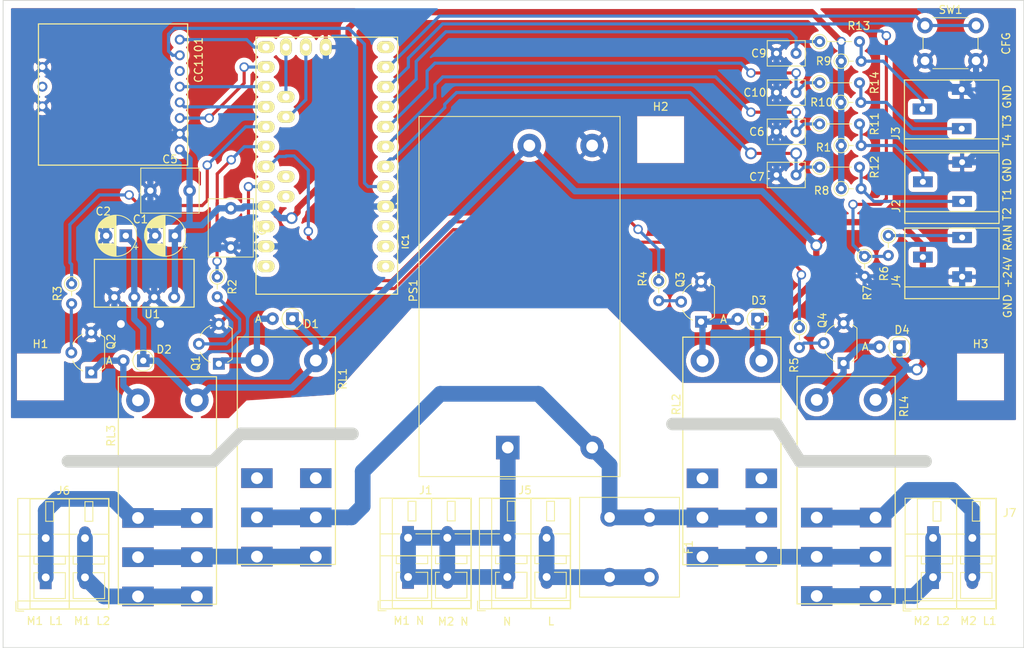
<source format=kicad_pcb>
(kicad_pcb (version 20171130) (host pcbnew 5.1.5-52549c5~86~ubuntu18.04.1)
  (layers (0 F.Cu signal) (31 B.Cu signal) (34 B.Paste user) (35 F.Paste user) (36 B.SilkS user) (37 F.SilkS user) (38 B.Mask user) (39 F.Mask user) (44 Edge.Cuts user))
  (net 0 "")
  (net 1 "Net-(Q4-Pad2)")
  (net 2 GND)
  (net 3 "Net-(D4-Pad2)")
  (net 4 "Net-(D3-Pad2)")
  (net 5 "Net-(Q3-Pad2)")
  (net 6 "Net-(Q2-Pad2)")
  (net 7 "Net-(D2-Pad2)")
  (net 8 "Net-(D1-Pad2)")
  (net 9 "Net-(Q1-Pad2)")
  (net 10 +24V)
  (net 11 +3V3)
  (net 12 "Net-(IC1-Pad28)")
  (net 13 "Net-(IC1-Pad27)")
  (net 14 "Net-(IC1-Pad1)")
  (net 15 "Net-(IC1-Pad2)")
  (net 16 "Net-(IC1-Pad3)")
  (net 17 /RF_INT)
  (net 18 /TA1)
  (net 19 /TA2)
  (net 20 /TA3)
  (net 21 /TA4)
  (net 22 /RAIN)
  (net 23 "Net-(IC1-Pad11)")
  (net 24 "Net-(IC1-Pad12)")
  (net 25 /RF_CSN)
  (net 26 /RF_MOSI)
  (net 27 /RF_MISO)
  (net 28 /RF_SCLK)
  (net 29 /M1_EN)
  (net 30 /M1_DIR)
  (net 31 /M2_EN)
  (net 32 /M2_DIR)
  (net 33 "Net-(IC1-Pad22)")
  (net 34 "Net-(IC1-Pad24)")
  (net 35 "Net-(IC1-Pad25)")
  (net 36 "Net-(IC1-Pad26)")
  (net 37 /M1_L1)
  (net 38 /M1_L2)
  (net 39 /L)
  (net 40 "Net-(RL2-Pad12)")
  (net 41 "Net-(RL1-Pad12)")
  (net 42 /M2_L2)
  (net 43 /M2_L1)
  (net 44 /N)
  (net 45 "Net-(J4-Pad3)")
  (net 46 "Net-(U3-Pad6)")
  (net 47 /M2_L)
  (net 48 /M1_L)
  (net 49 /L_FUSED)
  (net 50 /TA2_IN)
  (net 51 /TA1_IN)
  (net 52 /TA3_IN)
  (net 53 /TA4_IN)
  (net 54 "Net-(U3-Pad9)")
  (module radio:CC1101_Module (layer F.Cu) (at 35 57 90)
    (fp_text reference U3 hide)
    (fp_text value CC1101-868MHz-Module)
    (fp_text user CC1101 (at 4.4 2.4 90) (layer F.SilkS))
    (pad 11 thru_hole circle (at 3.5 -17.5 90) (size 1.27 1.27) (drill 0.762) (layers *.Cu *.Mask) (net 2 GND))
    (pad 9 thru_hole circle (at 1 -17.5 90) (size 1.27 1.27) (drill 0.762) (layers *.Cu *.Mask) (net 54 "Net-(U3-Pad9)"))
    (pad 10 thru_hole circle (at -1.5 -17.5 90) (size 1.27 1.27) (drill 0.762) (layers *.Cu *.Mask) (net 2 GND))
    (pad 8 thru_hole circle (at 7 0 90) (size 1.27 1.27) (drill 0.762) (layers *.Cu *.Mask) (net 25 /RF_CSN))
    (pad 7 thru_hole circle (at 5 0 90) (size 1.27 1.27) (drill 0.762) (layers *.Cu *.Mask) (net 17 /RF_INT))
    (pad 6 thru_hole circle (at 3 0 90) (size 1.27 1.27) (drill 0.762) (layers *.Cu *.Mask) (net 46 "Net-(U3-Pad6)"))
    (pad 5 thru_hole circle (at 1 0 90) (size 1.27 1.27) (drill 0.762) (layers *.Cu *.Mask) (net 27 /RF_MISO))
    (pad 4 thru_hole circle (at -1 0 90) (size 1.27 1.27) (drill 0.762) (layers *.Cu *.Mask) (net 28 /RF_SCLK))
    (pad 3 thru_hole circle (at -3 0 90) (size 1.27 1.27) (drill 0.762) (layers *.Cu *.Mask) (net 26 /RF_MOSI))
    (pad 2 thru_hole circle (at -5 0 90) (size 1.27 1.27) (drill 0.762) (layers *.Cu *.Mask) (net 2 GND))
    (pad 1 thru_hole circle (at -7 0 90) (size 1.27 1.27) (drill 0.762) (layers *.Cu *.Mask) (net 11 +3V3))
  )
  (module MountingHole:MountingHole_3.2mm_M3 (layer F.Cu) (at 137 93)
    (fp_text reference H3 (at 0 -4.2) (layer F.SilkS))
    (fp_text value MountingHole)
    (pad 1 np_thru_hole circle (at 0 0) (size 3.2 3.2) (drill 3.2) (layers *.Cu *.Mask))
  )
  (module MountingHole:MountingHole_3.2mm_M3 (layer F.Cu) (at 96.25 62.75)
    (fp_text reference H2 (at 0 -4.2) (layer F.SilkS))
    (fp_text value MountingHole)
    (pad 1 np_thru_hole circle (at 0 0) (size 3.2 3.2) (drill 3.2) (layers *.Cu *.Mask))
  )
  (module MountingHole:MountingHole_3.2mm_M3 (layer F.Cu) (at 17.25 93)
    (fp_text reference H1 (at 0 -4.2) (layer F.SilkS))
    (fp_text value MountingHole)
    (pad 1 np_thru_hole circle (at 0 0) (size 3.2 3.2) (drill 3.2) (layers *.Cu *.Mask))
  )
  (module Capacitor_THT:C_Rect_L7.2mm_W5.5mm_P5.00mm_FKS2_FKP2_MKS2_MKP2 (layer F.Cu) (at 31.25 69.25)
    (fp_text reference C5 (at 2.5 -4) (layer F.SilkS))
    (fp_text value 1u)
    (pad 2 thru_hole circle (at 5 0) (size 1.6 1.6) (drill 0.8) (layers *.Cu *.Mask) (net 11 +3V3))
    (pad 1 thru_hole circle (at 0 0) (size 1.6 1.6) (drill 0.8) (layers *.Cu *.Mask) (net 2 GND))
  )
  (module Capacitor_THT:C_Rect_L7.2mm_W5.5mm_P5.00mm_FKS2_FKP2_MKS2_MKP2 (layer F.Cu) (at 41.5 71.5 270)
    (fp_text reference C3 (at 2.5 -4 90) (layer F.SilkS))
    (fp_text value 1u)
    (pad 2 thru_hole circle (at 5 0 270) (size 1.6 1.6) (drill 0.8) (layers *.Cu *.Mask) (net 2 GND))
    (pad 1 thru_hole circle (at 0 0 270) (size 1.6 1.6) (drill 0.8) (layers *.Cu *.Mask) (net 11 +3V3))
  )
  (module Resistor_THT:R_Axial_DIN0204_L3.6mm_D1.6mm_P5.08mm_Vertical (layer F.Cu) (at 116.5 55.5)
    (fp_text reference R14 (at 7 0 90) (layer F.SilkS))
    (fp_text value 47)
    (pad 2 thru_hole oval (at 5.08 0) (size 1.4 1.4) (drill 0.7) (layers *.Cu *.Mask) (net 53 /TA4_IN))
    (pad 1 thru_hole circle (at 0 0) (size 1.4 1.4) (drill 0.7) (layers *.Cu *.Mask) (net 21 /TA4))
  )
  (module Resistor_THT:R_Axial_DIN0204_L3.6mm_D1.6mm_P5.08mm_Vertical (layer F.Cu) (at 116.5 50.25)
    (fp_text reference R13 (at 5 -2) (layer F.SilkS))
    (fp_text value 47)
    (pad 2 thru_hole oval (at 5.08 0) (size 1.4 1.4) (drill 0.7) (layers *.Cu *.Mask) (net 52 /TA3_IN))
    (pad 1 thru_hole circle (at 0 0) (size 1.4 1.4) (drill 0.7) (layers *.Cu *.Mask) (net 20 /TA3))
  )
  (module Resistor_THT:R_Axial_DIN0204_L3.6mm_D1.6mm_P5.08mm_Vertical (layer F.Cu) (at 116.5 66.25)
    (fp_text reference R12 (at 7 0 90) (layer F.SilkS))
    (fp_text value 47)
    (pad 2 thru_hole oval (at 5.08 0) (size 1.4 1.4) (drill 0.7) (layers *.Cu *.Mask) (net 50 /TA2_IN))
    (pad 1 thru_hole circle (at 0 0) (size 1.4 1.4) (drill 0.7) (layers *.Cu *.Mask) (net 19 /TA2))
  )
  (module Resistor_THT:R_Axial_DIN0204_L3.6mm_D1.6mm_P5.08mm_Vertical (layer F.Cu) (at 116.5 60.75)
    (fp_text reference R11 (at 7 0 90) (layer F.SilkS))
    (fp_text value 47)
    (pad 2 thru_hole oval (at 5.08 0) (size 1.4 1.4) (drill 0.7) (layers *.Cu *.Mask) (net 51 /TA1_IN))
    (pad 1 thru_hole circle (at 0 0) (size 1.4 1.4) (drill 0.7) (layers *.Cu *.Mask) (net 18 /TA1))
  )
  (module Capacitor_THT:C_Rect_L4.6mm_W3.0mm_P2.50mm_MKS02_FKP02 (layer F.Cu) (at 113.5 56.75 180)
    (fp_text reference C10 (at 5.25 0) (layer F.SilkS))
    (fp_text value 100n)
    (pad 2 thru_hole circle (at 2.5 0 180) (size 1.4 1.4) (drill 0.7) (layers *.Cu *.Mask) (net 2 GND))
    (pad 1 thru_hole circle (at 0 0 180) (size 1.4 1.4) (drill 0.7) (layers *.Cu *.Mask) (net 21 /TA4))
  )
  (module Capacitor_THT:C_Rect_L4.6mm_W3.0mm_P2.50mm_MKS02_FKP02 (layer F.Cu) (at 113.5 67.25 180)
    (fp_text reference C7 (at 5 -0.25) (layer F.SilkS))
    (fp_text value 100n)
    (pad 2 thru_hole circle (at 2.5 0 180) (size 1.4 1.4) (drill 0.7) (layers *.Cu *.Mask) (net 2 GND))
    (pad 1 thru_hole circle (at 0 0 180) (size 1.4 1.4) (drill 0.7) (layers *.Cu *.Mask) (net 19 /TA2))
  )
  (module Capacitor_THT:C_Rect_L4.6mm_W3.0mm_P2.50mm_MKS02_FKP02 (layer F.Cu) (at 113.5 61.75 180)
    (fp_text reference C6 (at 5 0) (layer F.SilkS))
    (fp_text value 100n)
    (pad 2 thru_hole circle (at 2.5 0 180) (size 1.4 1.4) (drill 0.7) (layers *.Cu *.Mask) (net 2 GND))
    (pad 1 thru_hole circle (at 0 0 180) (size 1.4 1.4) (drill 0.7) (layers *.Cu *.Mask) (net 18 /TA1))
  )
  (module Resistor_THT:R_Axial_DIN0204_L3.6mm_D1.6mm_P2.54mm_Vertical (layer F.Cu) (at 119.25 63.5)
    (fp_text reference R1 (at -2.25 0.25) (layer F.SilkS))
    (fp_text value 10k)
    (pad 2 thru_hole oval (at 2.54 0) (size 1.4 1.4) (drill 0.7) (layers *.Cu *.Mask) (net 51 /TA1_IN))
    (pad 1 thru_hole circle (at 0 0) (size 1.4 1.4) (drill 0.7) (layers *.Cu *.Mask) (net 11 +3V3))
  )
  (module Capacitor_THT:C_Rect_L4.6mm_W3.0mm_P2.50mm_MKS02_FKP02 (layer F.Cu) (at 113.5 51.75 180)
    (fp_text reference C9 (at 4.75 0) (layer F.SilkS))
    (fp_text value 100n)
    (pad 2 thru_hole circle (at 2.5 0 180) (size 1.4 1.4) (drill 0.7) (layers *.Cu *.Mask) (net 2 GND))
    (pad 1 thru_hole circle (at 0 0 180) (size 1.4 1.4) (drill 0.7) (layers *.Cu *.Mask) (net 20 /TA3))
  )
  (module Resistor_THT:R_Axial_DIN0204_L3.6mm_D1.6mm_P2.54mm_Vertical (layer F.Cu) (at 119.25 52.75)
    (fp_text reference R9 (at -2.25 0) (layer F.SilkS))
    (fp_text value 10k)
    (pad 2 thru_hole oval (at 2.54 0) (size 1.4 1.4) (drill 0.7) (layers *.Cu *.Mask) (net 52 /TA3_IN))
    (pad 1 thru_hole circle (at 0 0) (size 1.4 1.4) (drill 0.7) (layers *.Cu *.Mask) (net 11 +3V3))
  )
  (module Resistor_THT:R_Axial_DIN0204_L3.6mm_D1.6mm_P2.54mm_Vertical (layer F.Cu) (at 119.21 58)
    (fp_text reference R10 (at -2.46 0) (layer F.SilkS))
    (fp_text value 10k)
    (pad 2 thru_hole oval (at 2.54 0) (size 1.4 1.4) (drill 0.7) (layers *.Cu *.Mask) (net 53 /TA4_IN))
    (pad 1 thru_hole circle (at 0 0) (size 1.4 1.4) (drill 0.7) (layers *.Cu *.Mask) (net 11 +3V3))
  )
  (module Resistor_THT:R_Axial_DIN0204_L3.6mm_D1.6mm_P2.54mm_Vertical (layer F.Cu) (at 119.25 69)
    (fp_text reference R8 (at -2.5 0.25) (layer F.SilkS))
    (fp_text value 10k)
    (pad 2 thru_hole oval (at 2.54 0) (size 1.4 1.4) (drill 0.7) (layers *.Cu *.Mask) (net 50 /TA2_IN))
    (pad 1 thru_hole circle (at 0 0) (size 1.4 1.4) (drill 0.7) (layers *.Cu *.Mask) (net 11 +3V3))
  )
  (module TerminalBlock_WAGO:TerminalBlock_WAGO_236-102_1x02_P5.00mm_45Degree (layer F.Cu) (at 76.725 118.5)
    (fp_text reference J5 (at 2.25 -11.06 180) (layer F.SilkS))
    (fp_text value 230V)
    (pad 1 thru_hole rect (at 0 0) (size 1.5 3) (drill 1) (layers *.Cu *.Mask) (net 44 /N))
    (pad 1 thru_hole rect (at 0 -5) (size 1.5 3) (drill 1) (layers *.Cu *.Mask) (net 44 /N))
    (pad 2 thru_hole oval (at 5 0) (size 1.5 3) (drill 1) (layers *.Cu *.Mask) (net 39 /L))
    (pad 2 thru_hole oval (at 5 -5) (size 1.5 3) (drill 1) (layers *.Cu *.Mask) (net 39 /L))
  )
  (module relay:FIN4061 (layer F.Cu) (at 52.325 90.9 270)
    (fp_text reference RL1 (at 2.35 -3.425 90) (layer F.SilkS))
    (fp_text value FINDER-40.61)
    (pad A1 thru_hole circle (at 0 0 270) (size 3 3) (drill 1.5) (layers *.Cu *.Mask) (net 10 +24V))
    (pad A2 thru_hole circle (at 0 7.5 270) (size 3 3) (drill 1.5) (layers *.Cu *.Mask) (net 8 "Net-(D1-Pad2)"))
    (pad 11 thru_hole rect (at 20 0 270) (size 2.5 4) (drill 1.5) (layers *.Cu *.Mask) (net 49 /L_FUSED))
    (pad 14 thru_hole rect (at 25 0 270) (size 2.5 4) (drill 1.5) (layers *.Cu *.Mask) (net 48 /M1_L))
    (pad 12 thru_hole rect (at 15 0 270) (size 2.5 4) (drill 1.5) (layers *.Cu *.Mask) (net 41 "Net-(RL1-Pad12)"))
    (pad 22 thru_hole rect (at 15 7.5 270) (size 2.5 4) (drill 1.5) (layers *.Cu *.Mask) (net 41 "Net-(RL1-Pad12)"))
    (pad 21 thru_hole rect (at 20 7.5 270) (size 2.5 4) (drill 1.5) (layers *.Cu *.Mask) (net 49 /L_FUSED))
    (pad 24 thru_hole rect (at 25 7.5 270) (size 2.5 4) (drill 1.5) (layers *.Cu *.Mask) (net 48 /M1_L))
  )
  (module TerminalBlock_WAGO:TerminalBlock_WAGO_236-102_1x02_P5.00mm_45Degree (layer F.Cu) (at 130.95 118.525)
    (fp_text reference J7 (at 9.75 -8.2) (layer F.SilkS))
    (fp_text value Motor2)
    (pad 2 thru_hole oval (at 5 -5) (size 1.5 3) (drill 1) (layers *.Cu *.Mask) (net 43 /M2_L1))
    (pad 2 thru_hole oval (at 5 0) (size 1.5 3) (drill 1) (layers *.Cu *.Mask) (net 43 /M2_L1))
    (pad 1 thru_hole rect (at 0 -5) (size 1.5 3) (drill 1) (layers *.Cu *.Mask) (net 42 /M2_L2))
    (pad 1 thru_hole rect (at 0 0) (size 1.5 3) (drill 1) (layers *.Cu *.Mask) (net 42 /M2_L2))
  )
  (module TerminalBlock_WAGO:TerminalBlock_WAGO_236-102_1x02_P5.00mm_45Degree (layer F.Cu) (at 17.925 118.55)
    (fp_text reference J6 (at 2.25 -11.06) (layer F.SilkS))
    (fp_text value Motor1)
    (pad 2 thru_hole oval (at 5 -5) (size 1.5 3) (drill 1) (layers *.Cu *.Mask) (net 38 /M1_L2))
    (pad 2 thru_hole oval (at 5 0) (size 1.5 3) (drill 1) (layers *.Cu *.Mask) (net 38 /M1_L2))
    (pad 1 thru_hole rect (at 0 -5) (size 1.5 3) (drill 1) (layers *.Cu *.Mask) (net 37 /M1_L1))
    (pad 1 thru_hole rect (at 0 0) (size 1.5 3) (drill 1) (layers *.Cu *.Mask) (net 37 /M1_L1))
  )
  (module TerminalBlock_WAGO:TerminalBlock_WAGO_236-102_1x02_P5.00mm_45Degree (layer F.Cu) (at 64.075 118.5)
    (fp_text reference J1 (at 2.25 -11.06) (layer F.SilkS))
    (fp_text value Motor_N)
    (pad 2 thru_hole oval (at 5 -5) (size 1.5 3) (drill 1) (layers *.Cu *.Mask) (net 44 /N))
    (pad 2 thru_hole oval (at 5 0) (size 1.5 3) (drill 1) (layers *.Cu *.Mask) (net 44 /N))
    (pad 1 thru_hole rect (at 0 -5) (size 1.5 3) (drill 1) (layers *.Cu *.Mask) (net 44 /N))
    (pad 1 thru_hole rect (at 0 0) (size 1.5 3) (drill 1) (layers *.Cu *.Mask) (net 44 /N))
  )
  (module Converter_ACDC:Converter_ACDC_MeanWell_IRM-05-xx_THT (layer F.Cu) (at 76.775 102 90)
    (fp_text reference PS1 (at 20 -12.025 90) (layer F.SilkS))
    (fp_text value IRM-05-24)
    (pad 1 thru_hole rect (at 0 0 90) (size 3 3) (drill 1.5) (layers *.Cu *.Mask) (net 44 /N))
    (pad 4 thru_hole circle (at 38.5 2.75 90) (size 3 3) (drill 1.5) (layers *.Cu *.Mask) (net 10 +24V))
    (pad 2 thru_hole circle (at 0 10.75 90) (size 3 3) (drill 1.5) (layers *.Cu *.Mask) (net 49 /L_FUSED))
    (pad 3 thru_hole circle (at 38.5 10.75 90) (size 3 3) (drill 1.5) (layers *.Cu *.Mask) (net 2 GND))
  )
  (module supply:SIL-4 (layer F.Cu) (at 24.125 84.1)
    (fp_text reference U1 (at 7.375 0.9) (layer F.SilkS))
    (fp_text value AM1S-2403S)
    (pad 4 thru_hole circle (at 10.16 -1.27) (size 1.524 1.524) (drill 0.8) (layers *.Cu *.Mask) (net 11 +3V3))
    (pad 3 thru_hole circle (at 7.62 -1.27) (size 1.524 1.524) (drill 0.8) (layers *.Cu *.Mask) (net 2 GND))
    (pad 2 thru_hole circle (at 5.08 -1.27) (size 1.524 1.524) (drill 0.8) (layers *.Cu *.Mask) (net 10 +24V))
    (pad 1 thru_hole circle (at 2.54 -1.27) (size 1.524 1.524) (drill 0.8) (layers *.Cu *.Mask) (net 2 GND))
  )
  (module relay:FIN4061 (layer F.Cu) (at 123.625 95.925 270)
    (fp_text reference RL4 (at 0.825 -3.625 90) (layer F.SilkS))
    (fp_text value FINDER-40.61)
    (pad A1 thru_hole circle (at 0 0 270) (size 3 3) (drill 1.5) (layers *.Cu *.Mask) (net 10 +24V))
    (pad A2 thru_hole circle (at 0 7.5 270) (size 3 3) (drill 1.5) (layers *.Cu *.Mask) (net 3 "Net-(D4-Pad2)"))
    (pad 11 thru_hole rect (at 20 0 270) (size 2.5 4) (drill 1.5) (layers *.Cu *.Mask) (net 47 /M2_L))
    (pad 14 thru_hole rect (at 25 0 270) (size 2.5 4) (drill 1.5) (layers *.Cu *.Mask) (net 42 /M2_L2))
    (pad 12 thru_hole rect (at 15 0 270) (size 2.5 4) (drill 1.5) (layers *.Cu *.Mask) (net 43 /M2_L1))
    (pad 22 thru_hole rect (at 15 7.5 270) (size 2.5 4) (drill 1.5) (layers *.Cu *.Mask) (net 43 /M2_L1))
    (pad 21 thru_hole rect (at 20 7.5 270) (size 2.5 4) (drill 1.5) (layers *.Cu *.Mask) (net 47 /M2_L))
    (pad 24 thru_hole rect (at 25 7.5 270) (size 2.5 4) (drill 1.5) (layers *.Cu *.Mask) (net 42 /M2_L2))
  )
  (module relay:FIN4061 (layer F.Cu) (at 37.175 95.975 270)
    (fp_text reference RL3 (at 4.525 10.925 90) (layer F.SilkS))
    (fp_text value FINDER-40.61)
    (pad A1 thru_hole circle (at 0 0 270) (size 3 3) (drill 1.5) (layers *.Cu *.Mask) (net 10 +24V))
    (pad A2 thru_hole circle (at 0 7.5 270) (size 3 3) (drill 1.5) (layers *.Cu *.Mask) (net 7 "Net-(D2-Pad2)"))
    (pad 11 thru_hole rect (at 20 0 270) (size 2.5 4) (drill 1.5) (layers *.Cu *.Mask) (net 48 /M1_L))
    (pad 14 thru_hole rect (at 25 0 270) (size 2.5 4) (drill 1.5) (layers *.Cu *.Mask) (net 38 /M1_L2))
    (pad 12 thru_hole rect (at 15 0 270) (size 2.5 4) (drill 1.5) (layers *.Cu *.Mask) (net 37 /M1_L1))
    (pad 22 thru_hole rect (at 15 7.5 270) (size 2.5 4) (drill 1.5) (layers *.Cu *.Mask) (net 37 /M1_L1))
    (pad 21 thru_hole rect (at 20 7.5 270) (size 2.5 4) (drill 1.5) (layers *.Cu *.Mask) (net 48 /M1_L))
    (pad 24 thru_hole rect (at 25 7.5 270) (size 2.5 4) (drill 1.5) (layers *.Cu *.Mask) (net 38 /M1_L2))
  )
  (module relay:FIN4061 (layer F.Cu) (at 109.075 90.925 270)
    (fp_text reference RL2 (at 5.575 10.825 90) (layer F.SilkS))
    (fp_text value FINDER-40.61)
    (pad A1 thru_hole circle (at 0 0 270) (size 3 3) (drill 1.5) (layers *.Cu *.Mask) (net 10 +24V))
    (pad A2 thru_hole circle (at 0 7.5 270) (size 3 3) (drill 1.5) (layers *.Cu *.Mask) (net 4 "Net-(D3-Pad2)"))
    (pad 11 thru_hole rect (at 20 0 270) (size 2.5 4) (drill 1.5) (layers *.Cu *.Mask) (net 49 /L_FUSED))
    (pad 14 thru_hole rect (at 25 0 270) (size 2.5 4) (drill 1.5) (layers *.Cu *.Mask) (net 47 /M2_L))
    (pad 12 thru_hole rect (at 15 0 270) (size 2.5 4) (drill 1.5) (layers *.Cu *.Mask) (net 40 "Net-(RL2-Pad12)"))
    (pad 22 thru_hole rect (at 15 7.5 270) (size 2.5 4) (drill 1.5) (layers *.Cu *.Mask) (net 40 "Net-(RL2-Pad12)"))
    (pad 21 thru_hole rect (at 20 7.5 270) (size 2.5 4) (drill 1.5) (layers *.Cu *.Mask) (net 49 /L_FUSED))
    (pad 24 thru_hole rect (at 25 7.5 270) (size 2.5 4) (drill 1.5) (layers *.Cu *.Mask) (net 47 /M2_L))
  )
  (module arduino:pro_mini (layer F.Cu) (at 53.6 64.925 90)
    (fp_text reference IC1 (at -10.825 10.15 90) (layer F.SilkS) (effects (font (size 0.8 0.8) (thickness 0.16))))
    (fp_text value ArduinoProMini hide)
    (pad 29 thru_hole oval (at 13.97 0 90) (size 2.19964 1.50114) (drill 0.9) (layers *.Cu *.Mask F.SilkS) (net 2 GND))
    (pad 28 thru_hole oval (at 13.97 -2.54 90) (size 2.19964 1.50114) (drill 0.9) (layers *.Cu *.Mask F.SilkS) (net 12 "Net-(IC1-Pad28)"))
    (pad 27 thru_hole oval (at 13.97 -5.08 90) (size 2.19964 1.50114) (drill 0.9) (layers *.Cu *.Mask F.SilkS) (net 13 "Net-(IC1-Pad27)"))
    (pad 26 thru_hole oval (at -5.08 -5.08 90) (size 1.50114 2.19964) (drill 0.9) (layers *.Cu *.Mask F.SilkS) (net 36 "Net-(IC1-Pad26)"))
    (pad 25 thru_hole oval (at -2.54 -5.08 90) (size 1.50114 2.19964) (drill 0.9) (layers *.Cu *.Mask F.SilkS) (net 35 "Net-(IC1-Pad25)"))
    (pad 24 thru_hole oval (at -13.97 -7.62 90) (size 1.50114 2.19964) (drill 0.9) (layers *.Cu *.Mask F.SilkS) (net 34 "Net-(IC1-Pad24)"))
    (pad 23 thru_hole oval (at -11.43 -7.62 90) (size 1.50114 2.19964) (drill 0.9) (layers *.Cu *.Mask F.SilkS) (net 2 GND))
    (pad 22 thru_hole oval (at -8.89 -7.62 90) (size 1.50114 2.19964) (drill 0.9) (layers *.Cu *.Mask F.SilkS) (net 33 "Net-(IC1-Pad22)"))
    (pad 21 thru_hole oval (at -6.35 -7.62 90) (size 1.50114 2.19964) (drill 0.9) (layers *.Cu *.Mask F.SilkS) (net 11 +3V3))
    (pad 20 thru_hole oval (at -3.81 -7.62 90) (size 1.50114 2.19964) (drill 0.9) (layers *.Cu *.Mask F.SilkS) (net 32 /M2_DIR))
    (pad 19 thru_hole oval (at -1.27 -7.62 90) (size 1.50114 2.19964) (drill 0.9) (layers *.Cu *.Mask F.SilkS) (net 31 /M2_EN))
    (pad 18 thru_hole oval (at 1.27 -7.62 90) (size 1.50114 2.19964) (drill 0.9) (layers *.Cu *.Mask F.SilkS) (net 29 /M1_EN))
    (pad 17 thru_hole oval (at 3.81 -7.62 90) (size 1.50114 2.19964) (drill 0.9) (layers *.Cu *.Mask F.SilkS) (net 30 /M1_DIR))
    (pad 16 thru_hole oval (at 6.35 -7.62 90) (size 1.50114 2.19964) (drill 0.9) (layers *.Cu *.Mask F.SilkS) (net 28 /RF_SCLK))
    (pad 15 thru_hole oval (at 8.89 -7.62 90) (size 1.50114 2.19964) (drill 0.9) (layers *.Cu *.Mask F.SilkS) (net 27 /RF_MISO))
    (pad 14 thru_hole oval (at 11.43 -7.62 90) (size 1.50114 2.19964) (drill 0.9) (layers *.Cu *.Mask F.SilkS) (net 26 /RF_MOSI))
    (pad 13 thru_hole oval (at 13.97 -7.62 90) (size 1.50114 2.19964) (drill 0.9) (layers *.Cu *.Mask F.SilkS) (net 25 /RF_CSN))
    (pad 12 thru_hole oval (at 13.97 7.62 90) (size 1.50114 2.19964) (drill 0.9) (layers *.Cu *.Mask F.SilkS) (net 24 "Net-(IC1-Pad12)"))
    (pad 11 thru_hole oval (at 11.43 7.62 90) (size 1.50114 2.19964) (drill 0.9) (layers *.Cu *.Mask F.SilkS) (net 23 "Net-(IC1-Pad11)"))
    (pad 10 thru_hole oval (at 8.89 7.62 90) (size 1.50114 2.19964) (drill 0.9) (layers *.Cu *.Mask F.SilkS) (net 22 /RAIN))
    (pad 9 thru_hole oval (at 6.35 7.62 90) (size 1.50114 2.19964) (drill 0.9) (layers *.Cu *.Mask F.SilkS) (net 20 /TA3))
    (pad 8 thru_hole oval (at 3.81 7.62 90) (size 1.50114 2.19964) (drill 0.9) (layers *.Cu *.Mask F.SilkS) (net 21 /TA4))
    (pad 7 thru_hole oval (at 1.27 7.62 90) (size 1.50114 2.19964) (drill 0.9) (layers *.Cu *.Mask F.SilkS) (net 18 /TA1))
    (pad 6 thru_hole oval (at -1.27 7.62 90) (size 1.50114 2.19964) (drill 0.9) (layers *.Cu *.Mask F.SilkS) (net 19 /TA2))
    (pad 5 thru_hole oval (at -3.81 7.62 90) (size 1.50114 2.19964) (drill 0.9) (layers *.Cu *.Mask F.SilkS) (net 17 /RF_INT))
    (pad 4 thru_hole oval (at -6.35 7.62 90) (size 1.50114 2.19964) (drill 0.9) (layers *.Cu *.Mask F.SilkS) (net 2 GND))
    (pad 3 thru_hole oval (at -8.89 7.62 90) (size 1.50114 2.19964) (drill 0.9) (layers *.Cu *.Mask F.SilkS) (net 16 "Net-(IC1-Pad3)"))
    (pad 2 thru_hole oval (at -11.43 7.62 90) (size 1.50114 2.19964) (drill 0.9) (layers *.Cu *.Mask F.SilkS) (net 15 "Net-(IC1-Pad2)"))
    (pad 1 thru_hole oval (at -13.97 7.62 90) (size 1.50114 2.19964) (drill 0.9) (layers *.Cu *.Mask F.SilkS) (net 14 "Net-(IC1-Pad1)"))
    (pad 27 thru_hole oval (at 7.62 -5.08 90) (size 1.50114 2.19964) (drill 0.9) (layers *.Cu *.Mask F.SilkS) (net 13 "Net-(IC1-Pad27)"))
    (pad 28 thru_hole oval (at 5.08 -5.08 90) (size 1.50114 2.19964) (drill 0.9) (layers *.Cu *.Mask F.SilkS) (net 12 "Net-(IC1-Pad28)"))
  )
  (module Capacitor_THT:CP_Radial_D5.0mm_P2.50mm (layer F.Cu) (at 28.125 75 180)
    (fp_text reference C2 (at 2.875 3.1) (layer F.SilkS))
    (fp_text value 10µF)
    (pad 2 thru_hole circle (at 2.5 0 180) (size 1.6 1.6) (drill 0.8) (layers *.Cu *.Mask) (net 2 GND))
    (pad 1 thru_hole rect (at 0 0 180) (size 1.6 1.6) (drill 0.8) (layers *.Cu *.Mask) (net 10 +24V))
  )
  (module Capacitor_THT:CP_Radial_D5.0mm_P2.50mm (layer F.Cu) (at 34.375 75 180)
    (fp_text reference C1 (at 4.375 2.1) (layer F.SilkS))
    (fp_text value 10µF)
    (pad 2 thru_hole circle (at 2.5 0 180) (size 1.6 1.6) (drill 0.8) (layers *.Cu *.Mask) (net 2 GND))
    (pad 1 thru_hole rect (at 0 0 180) (size 1.6 1.6) (drill 0.8) (layers *.Cu *.Mask) (net 11 +3V3))
  )
  (module Resistor_THT:R_Axial_DIN0204_L3.6mm_D1.6mm_P2.54mm_Vertical (layer F.Cu) (at 125.25 74.975 270)
    (fp_text reference R6 (at 4.85 0.55 270) (layer F.SilkS))
    (fp_text value 6k8)
    (pad 1 thru_hole circle (at 0 0 270) (size 1.4 1.4) (drill 0.7) (layers *.Cu *.Mask) (net 45 "Net-(J4-Pad3)"))
    (pad 2 thru_hole oval (at 2.54 0 270) (size 1.4 1.4) (drill 0.7) (layers *.Cu *.Mask) (net 22 /RAIN))
  )
  (module Resistor_THT:R_Axial_DIN0204_L3.6mm_D1.6mm_P2.54mm_Vertical (layer F.Cu) (at 39.775 80.25 270)
    (fp_text reference R2 (at 1.27 -1.92 270) (layer F.SilkS))
    (fp_text value 2k4)
    (pad 1 thru_hole circle (at 0 0 270) (size 1.4 1.4) (drill 0.7) (layers *.Cu *.Mask) (net 29 /M1_EN))
    (pad 2 thru_hole oval (at 2.54 0 270) (size 1.4 1.4) (drill 0.7) (layers *.Cu *.Mask) (net 9 "Net-(Q1-Pad2)"))
  )
  (module Button_Switch_THT:SW_PUSH_6mm_H4.3mm (layer F.Cu) (at 129.925 48.2)
    (fp_text reference SW1 (at 3.25 -2 180) (layer F.SilkS))
    (fp_text value SW_Push)
    (pad 1 thru_hole circle (at 6.5 0 90) (size 2 2) (drill 1.1) (layers *.Cu *.Mask) (net 23 "Net-(IC1-Pad11)"))
    (pad 2 thru_hole circle (at 6.5 4.5 90) (size 2 2) (drill 1.1) (layers *.Cu *.Mask) (net 2 GND))
    (pad 1 thru_hole circle (at 0 0 90) (size 2 2) (drill 1.1) (layers *.Cu *.Mask) (net 23 "Net-(IC1-Pad11)"))
    (pad 2 thru_hole circle (at 0 4.5 90) (size 2 2) (drill 1.1) (layers *.Cu *.Mask) (net 2 GND))
  )
  (module TerminalBlock_WAGO:TerminalBlock_WAGO_250-403_1x03_P2.50mm_45Degree (layer F.Cu) (at 134.65 80.225 90)
    (fp_text reference J4 (at -0.6 -8.4 90) (layer F.SilkS))
    (fp_text value Regensensor)
    (pad 1 thru_hole rect (at 0 0 90) (size 1.4 2.5) (drill 0.762) (layers *.Cu *.Mask) (net 2 GND))
    (pad 2 thru_hole rect (at 2.5 -5 90) (size 1.4 2.5) (drill 0.762) (layers *.Cu *.Mask) (net 10 +24V))
    (pad 3 thru_hole rect (at 5 0 90) (size 1.4 2.5) (drill 0.762) (layers *.Cu *.Mask) (net 45 "Net-(J4-Pad3)"))
  )
  (module Resistor_THT:R_Axial_DIN0204_L3.6mm_D1.6mm_P2.54mm_Vertical (layer F.Cu) (at 113.925 86.71 270)
    (fp_text reference R5 (at 4.79 0.675 270) (layer F.SilkS))
    (fp_text value 2k4)
    (pad 1 thru_hole circle (at 0 0 270) (size 1.4 1.4) (drill 0.7) (layers *.Cu *.Mask) (net 32 /M2_DIR))
    (pad 2 thru_hole oval (at 2.54 0 270) (size 1.4 1.4) (drill 0.7) (layers *.Cu *.Mask) (net 1 "Net-(Q4-Pad2)"))
  )
  (module Resistor_THT:R_Axial_DIN0204_L3.6mm_D1.6mm_P2.54mm_Vertical (layer F.Cu) (at 96 80.75 270)
    (fp_text reference R4 (at -0.25 2.05 270) (layer F.SilkS))
    (fp_text value 2k4)
    (pad 1 thru_hole circle (at 0 0 270) (size 1.4 1.4) (drill 0.7) (layers *.Cu *.Mask) (net 31 /M2_EN))
    (pad 2 thru_hole oval (at 2.54 0 270) (size 1.4 1.4) (drill 0.7) (layers *.Cu *.Mask) (net 5 "Net-(Q3-Pad2)"))
  )
  (module Package_TO_SOT_THT:TO-92L_Wide (layer F.Cu) (at 23.725 92.425 90)
    (fp_text reference Q2 (at 3.925 2.525 90) (layer F.SilkS))
    (fp_text value BC337)
    (pad 1 thru_hole rect (at 0 0 180) (size 1.5 1.5) (drill 0.8) (layers *.Cu *.Mask) (net 7 "Net-(D2-Pad2)"))
    (pad 3 thru_hole circle (at 5.08 0 180) (size 1.5 1.5) (drill 0.8) (layers *.Cu *.Mask) (net 2 GND))
    (pad 2 thru_hole circle (at 2.54 -2.54 180) (size 1.5 1.5) (drill 0.8) (layers *.Cu *.Mask) (net 6 "Net-(Q2-Pad2)"))
  )
  (module Package_TO_SOT_THT:TO-92L_Wide (layer F.Cu) (at 101.4 85.95 90)
    (fp_text reference Q3 (at 5.35 -2.65 90) (layer F.SilkS))
    (fp_text value BC337)
    (pad 2 thru_hole circle (at 2.54 -2.54 180) (size 1.5 1.5) (drill 0.8) (layers *.Cu *.Mask) (net 5 "Net-(Q3-Pad2)"))
    (pad 3 thru_hole circle (at 5.08 0 180) (size 1.5 1.5) (drill 0.8) (layers *.Cu *.Mask) (net 2 GND))
    (pad 1 thru_hole rect (at 0 0 180) (size 1.5 1.5) (drill 0.8) (layers *.Cu *.Mask) (net 4 "Net-(D3-Pad2)"))
  )
  (module Package_TO_SOT_THT:TO-92L_Wide (layer F.Cu) (at 119.55 91.225 90)
    (fp_text reference Q4 (at 5.45 -2.7 90) (layer F.SilkS))
    (fp_text value BC337)
    (pad 1 thru_hole rect (at 0 0 180) (size 1.5 1.5) (drill 0.8) (layers *.Cu *.Mask) (net 3 "Net-(D4-Pad2)"))
    (pad 3 thru_hole circle (at 5.08 0 180) (size 1.5 1.5) (drill 0.8) (layers *.Cu *.Mask) (net 2 GND))
    (pad 2 thru_hole circle (at 2.54 -2.54 180) (size 1.5 1.5) (drill 0.8) (layers *.Cu *.Mask) (net 1 "Net-(Q4-Pad2)"))
  )
  (module Package_TO_SOT_THT:TO-92L_Wide (layer F.Cu) (at 39.975 91.325 90)
    (fp_text reference Q1 (at 0.075 -2.95 90) (layer F.SilkS))
    (fp_text value BC337)
    (pad 2 thru_hole circle (at 2.54 -2.54 180) (size 1.5 1.5) (drill 0.8) (layers *.Cu *.Mask) (net 9 "Net-(Q1-Pad2)"))
    (pad 3 thru_hole circle (at 5.08 0 180) (size 1.5 1.5) (drill 0.8) (layers *.Cu *.Mask) (net 2 GND))
    (pad 1 thru_hole rect (at 0 0 180) (size 1.5 1.5) (drill 0.8) (layers *.Cu *.Mask) (net 8 "Net-(D1-Pad2)"))
  )
  (module TerminalBlock_WAGO:TerminalBlock_WAGO_250-403_1x03_P2.50mm_45Degree (layer F.Cu) (at 134.6 61.35 90)
    (fp_text reference J3 (at -0.6 -8.4 90) (layer F.SilkS))
    (fp_text value "Taster Markise 2")
    (pad 3 thru_hole rect (at 5 0 90) (size 1.4 2.5) (drill 0.762) (layers *.Cu *.Mask) (net 2 GND))
    (pad 2 thru_hole rect (at 2.5 -5 90) (size 1.4 2.5) (drill 0.762) (layers *.Cu *.Mask) (net 52 /TA3_IN))
    (pad 1 thru_hole rect (at 0 0 90) (size 1.4 2.5) (drill 0.762) (layers *.Cu *.Mask) (net 53 /TA4_IN))
  )
  (module TerminalBlock_WAGO:TerminalBlock_WAGO_250-403_1x03_P2.50mm_45Degree (layer F.Cu) (at 134.65 70.625 90)
    (fp_text reference J2 (at -0.6 -8.4 90) (layer F.SilkS))
    (fp_text value "Taster Markise1")
    (pad 1 thru_hole rect (at 0 0 90) (size 1.4 2.5) (drill 0.762) (layers *.Cu *.Mask) (net 50 /TA2_IN))
    (pad 2 thru_hole rect (at 2.5 -5 90) (size 1.4 2.5) (drill 0.762) (layers *.Cu *.Mask) (net 51 /TA1_IN))
    (pad 3 thru_hole rect (at 5 0 90) (size 1.4 2.5) (drill 0.762) (layers *.Cu *.Mask) (net 2 GND))
  )
  (module Fuse:Fuseholder_Cylinder-5x20mm_Schurter_FPG4_Vertical_Closed (layer F.Cu) (at 94.825 110.9 270)
    (fp_text reference F1 (at 3.81 -5 270) (layer F.SilkS))
    (fp_text value Fuse)
    (pad 1 thru_hole circle (at 0 5.08 270) (size 2.35 2.35) (drill 1.35) (layers *.Cu *.Mask) (net 49 /L_FUSED))
    (pad 2 thru_hole circle (at 7.62 5.08 270) (size 2.35 2.35) (drill 1.35) (layers *.Cu *.Mask) (net 39 /L))
    (pad 2 thru_hole circle (at 7.62 0 270) (size 2.35 2.35) (drill 1.35) (layers *.Cu *.Mask) (net 39 /L))
    (pad 1 thru_hole circle (at 0 0 270) (size 2.35 2.35) (drill 1.35) (layers *.Cu *.Mask) (net 49 /L_FUSED))
  )
  (module Resistor_THT:R_Axial_DIN0204_L3.6mm_D1.6mm_P2.54mm_Vertical (layer F.Cu) (at 21.225 81.125 270)
    (fp_text reference R3 (at 1.25 1.8 270) (layer F.SilkS))
    (fp_text value 2k4)
    (pad 2 thru_hole oval (at 2.54 0 270) (size 1.4 1.4) (drill 0.7) (layers *.Cu *.Mask) (net 6 "Net-(Q2-Pad2)"))
    (pad 1 thru_hole circle (at 0 0 270) (size 1.4 1.4) (drill 0.7) (layers *.Cu *.Mask) (net 30 /M1_DIR))
  )
  (module Resistor_THT:R_Axial_DIN0204_L3.6mm_D1.6mm_P2.54mm_Vertical (layer F.Cu) (at 122.225 77.635 270)
    (fp_text reference R7 (at 4.65 -0.35 270) (layer F.SilkS))
    (fp_text value 1k)
    (pad 2 thru_hole oval (at 2.54 0 270) (size 1.4 1.4) (drill 0.7) (layers *.Cu *.Mask) (net 2 GND))
    (pad 1 thru_hole circle (at 0 0 270) (size 1.4 1.4) (drill 0.7) (layers *.Cu *.Mask) (net 22 /RAIN))
  )
  (module Diode_THT:D_DO-35_SOD27_P2.54mm_Vertical_AnodeUp (layer F.Cu) (at 126.65 89.15 180)
    (fp_text reference D4 (at -0.35 2.15 180) (layer F.SilkS))
    (fp_text value 1N4148)
    (fp_text user A (at 4.34 0 180) (layer F.SilkS))
    (pad 2 thru_hole oval (at 2.54 0 180) (size 1.6 1.6) (drill 0.8) (layers *.Cu *.Mask) (net 3 "Net-(D4-Pad2)"))
    (pad 1 thru_hole rect (at 0 0 180) (size 1.6 1.6) (drill 0.8) (layers *.Cu *.Mask) (net 10 +24V))
  )
  (module Diode_THT:D_DO-35_SOD27_P2.54mm_Vertical_AnodeUp (layer F.Cu) (at 108.6 85.625 180)
    (fp_text reference D3 (at -0.15 2.375 180) (layer F.SilkS))
    (fp_text value 1N4148)
    (fp_text user A (at 4.34 0 180) (layer F.SilkS))
    (pad 2 thru_hole oval (at 2.54 0 180) (size 1.6 1.6) (drill 0.8) (layers *.Cu *.Mask) (net 4 "Net-(D3-Pad2)"))
    (pad 1 thru_hole rect (at 0 0 180) (size 1.6 1.6) (drill 0.8) (layers *.Cu *.Mask) (net 10 +24V))
  )
  (module Diode_THT:D_DO-35_SOD27_P2.54mm_Vertical_AnodeUp (layer F.Cu) (at 30.35 90.925 180)
    (fp_text reference D2 (at -2.65 1.425 180) (layer F.SilkS))
    (fp_text value 1N4148)
    (fp_text user A (at 4.34 0 180) (layer F.SilkS))
    (pad 2 thru_hole oval (at 2.54 0 180) (size 1.6 1.6) (drill 0.8) (layers *.Cu *.Mask) (net 7 "Net-(D2-Pad2)"))
    (pad 1 thru_hole rect (at 0 0 180) (size 1.6 1.6) (drill 0.8) (layers *.Cu *.Mask) (net 10 +24V))
  )
  (module Diode_THT:D_DO-35_SOD27_P2.54mm_Vertical_AnodeUp (layer F.Cu) (at 49.35 85.575 180)
    (fp_text reference D1 (at -2.4 -0.675 180) (layer F.SilkS))
    (fp_text value 1N4148)
    (fp_text user A (at 4.34 0 180) (layer F.SilkS))
    (pad 2 thru_hole oval (at 2.54 0 180) (size 1.6 1.6) (drill 0.8) (layers *.Cu *.Mask) (net 8 "Net-(D1-Pad2)"))
    (pad 1 thru_hole rect (at 0 0 180) (size 1.6 1.6) (drill 0.8) (layers *.Cu *.Mask) (net 10 +24V))
  )
  (gr_line (start 42.75 100.25) (end 57 100.25) (layer Edge.Cuts) (width 1.6))
  (gr_line (start 39.25 103.75) (end 42.75 100.25) (layer Edge.Cuts) (width 1.6))
  (gr_line (start 20.75 103.75) (end 39.25 103.75) (layer Edge.Cuts) (width 1.6))
  (gr_line (start 111 99) (end 97.75 99) (layer Edge.Cuts) (width 1.6))
  (gr_line (start 114 103.75) (end 111 99) (layer Edge.Cuts) (width 1.6))
  (gr_line (start 130 103.75) (end 114 103.75) (layer Edge.Cuts) (width 1.6))
  (gr_line (start 142.5 45) (end 142.5 127.5) (layer Edge.Cuts) (width 0.1))
  (gr_line (start 12.5 45) (end 142.5 45) (layer Edge.Cuts) (width 0.1))
  (gr_line (start 12.5 127.5) (end 12.5 45) (layer Edge.Cuts) (width 0.1))
  (gr_line (start 142.5 127.5) (end 12.5 127.5) (layer Edge.Cuts) (width 0.1))
  (gr_text "GND +24V RAIN" (at 140.45 79.525 90) (layer F.SilkS) (effects (font (size 1 1))))
  (gr_text "T2 T1 GND" (at 140.375 69.1 90) (layer F.SilkS) (effects (font (size 1 1))))
  (gr_text "T4 T3 GND" (at 140.375 59.75 90) (layer F.SilkS) (effects (font (size 1 1))))
  (gr_text "M2 L1" (at 136.725 124.1) (layer F.SilkS) (effects (font (size 1 1))))
  (gr_text "M2 L2" (at 130.775 124.1) (layer F.SilkS) (effects (font (size 1 1))))
  (gr_text L (at 82.275 124.15) (layer F.SilkS) (effects (font (size 1 1))))
  (gr_text N (at 76.7 124.175) (layer F.SilkS) (effects (font (size 1 1))))
  (gr_text "M2 N" (at 69.825 124.175) (layer F.SilkS) (effects (font (size 1 1))))
  (gr_text "M1 N" (at 64.175 124.075) (layer F.SilkS) (effects (font (size 1 1))))
  (gr_text "M1 L2" (at 23.825 124.1) (layer F.SilkS) (effects (font (size 1 1))))
  (gr_text "M1 L1" (at 17.8 124.1) (layer F.SilkS) (effects (font (size 1 1))))
  (gr_text CFG (at 140.25 50.5 90) (layer F.SilkS) (effects (font (size 1 1))))
  (segment (start 114.49 88.685) (end 113.925 89.25) (width 0.4) (layer B.Cu) (net 1))
  (segment (start 117.01 88.685) (end 114.49 88.685) (width 0.4) (layer B.Cu) (net 1))
  (segment (start 54.24018 76.355) (end 47.87982 76.355) (width 0.8) (layer B.Cu) (net 2))
  (segment (start 47.87982 76.355) (end 45.98 76.355) (width 0.8) (layer B.Cu) (net 2))
  (segment (start 61.22 71.275) (end 59.32018 71.275) (width 0.8) (layer B.Cu) (net 2))
  (segment (start 53.6 71.9) (end 56.14759 74.44759) (width 0.8) (layer B.Cu) (net 2))
  (segment (start 53.6 50.955) (end 53.6 71.9) (width 0.8) (layer B.Cu) (net 2))
  (segment (start 59.32018 71.275) (end 56.14759 74.44759) (width 0.8) (layer B.Cu) (net 2))
  (segment (start 56.14759 74.44759) (end 54.24018 76.355) (width 0.8) (layer B.Cu) (net 2))
  (segment (start 35.155 86.24) (end 34.29 85.375) (width 0.8) (layer B.Cu) (net 2))
  (segment (start 35.155 86.25) (end 35.155 86.24) (width 0.8) (layer B.Cu) (net 2))
  (segment (start 34.29 85.375) (end 31.745 82.83) (width 0.8) (layer B.Cu) (net 2))
  (segment (start 61.56925 71.275) (end 61.22 71.275) (width 0.8) (layer B.Cu) (net 2))
  (segment (start 73.59425 59.25) (end 61.56925 71.275) (width 0.8) (layer B.Cu) (net 2))
  (segment (start 83.275 59.25) (end 73.59425 59.25) (width 0.8) (layer B.Cu) (net 2))
  (segment (start 87.525 63.5) (end 83.275 59.25) (width 0.8) (layer B.Cu) (net 2))
  (segment (start 39.975 86.245) (end 37.355 86.245) (width 0.8) (layer B.Cu) (net 2))
  (segment (start 37.355 86.245) (end 37.145 86.245) (width 0.8) (layer B.Cu) (net 2))
  (segment (start 26.665 82.83) (end 26.665 84.405) (width 0.8) (layer B.Cu) (net 2))
  (segment (start 136.425 54.3) (end 134.375 56.35) (width 0.8) (layer B.Cu) (net 2))
  (segment (start 136.425 52.7) (end 136.425 54.3) (width 0.8) (layer B.Cu) (net 2))
  (segment (start 133.575 56.35) (end 129.925 52.7) (width 0.8) (layer B.Cu) (net 2))
  (segment (start 134.375 56.35) (end 133.575 56.35) (width 0.8) (layer B.Cu) (net 2))
  (segment (start 136.900001 65.825001) (end 136.900001 76.474999) (width 0.8) (layer B.Cu) (net 2))
  (segment (start 136.900001 76.474999) (end 134.65 78.725) (width 0.8) (layer B.Cu) (net 2))
  (segment (start 136.7 65.625) (end 136.900001 65.825001) (width 0.8) (layer B.Cu) (net 2))
  (segment (start 134.65 78.725) (end 134.65 80.225) (width 0.8) (layer B.Cu) (net 2))
  (segment (start 134.65 65.625) (end 136.7 65.625) (width 0.8) (layer B.Cu) (net 2))
  (segment (start 134.65 81.725) (end 134.575 81.8) (width 0.8) (layer B.Cu) (net 2))
  (segment (start 134.65 80.225) (end 134.65 81.725) (width 0.8) (layer B.Cu) (net 2))
  (segment (start 134.575 81.8) (end 134.575 85.4) (width 0.8) (layer B.Cu) (net 2))
  (segment (start 134.575 85.4) (end 133.705 86.27) (width 0.8) (layer B.Cu) (net 2))
  (segment (start 124.2 82.15) (end 122.225 80.175) (width 0.8) (layer B.Cu) (net 2))
  (segment (start 102.149999 80.120001) (end 101.4 80.87) (width 0.8) (layer B.Cu) (net 2))
  (segment (start 103.895001 78.374999) (end 102.149999 80.120001) (width 0.8) (layer B.Cu) (net 2))
  (segment (start 122.225 80.175) (end 120.424999 78.374999) (width 0.8) (layer B.Cu) (net 2))
  (segment (start 128.32 86.27) (end 124.2 82.15) (width 0.8) (layer B.Cu) (net 2))
  (segment (start 133.705 86.27) (end 128.32 86.27) (width 0.8) (layer B.Cu) (net 2))
  (segment (start 123.545 82.15) (end 124.2 82.15) (width 0.8) (layer B.Cu) (net 2))
  (segment (start 119.55 86.145) (end 123.545 82.15) (width 0.8) (layer B.Cu) (net 2))
  (segment (start 120.424999 78.374999) (end 118.349999 78.374999) (width 0.8) (layer B.Cu) (net 2))
  (segment (start 118.349999 78.374999) (end 103.895001 78.374999) (width 0.8) (layer B.Cu) (net 2))
  (segment (start 135.2 65.625) (end 134.65 65.625) (width 0.8) (layer B.Cu) (net 2))
  (segment (start 136.850001 58.050001) (end 136.850001 63.974999) (width 0.8) (layer B.Cu) (net 2))
  (segment (start 135.15 56.35) (end 136.850001 58.050001) (width 0.8) (layer B.Cu) (net 2))
  (segment (start 136.850001 63.974999) (end 135.2 65.625) (width 0.8) (layer B.Cu) (net 2))
  (segment (start 134.6 56.35) (end 135.15 56.35) (width 0.8) (layer B.Cu) (net 2))
  (segment (start 111 51.75) (end 111 56.75) (width 0.8) (layer B.Cu) (net 2))
  (segment (start 111 56.75) (end 111 61.75) (width 0.8) (layer B.Cu) (net 2))
  (segment (start 111 61.75) (end 111 67.25) (width 0.8) (layer B.Cu) (net 2))
  (segment (start 118.349999 74.599999) (end 118.349999 78.374999) (width 0.8) (layer B.Cu) (net 2))
  (segment (start 111 67.25) (end 118.349999 74.599999) (width 0.8) (layer B.Cu) (net 2))
  (segment (start 91.275 67.25) (end 87.525 63.5) (width 0.8) (layer B.Cu) (net 2))
  (segment (start 111 67.25) (end 91.275 67.25) (width 0.8) (layer B.Cu) (net 2))
  (segment (start 41.645 76.355) (end 41.5 76.5) (width 0.8) (layer B.Cu) (net 2))
  (segment (start 45.98 76.355) (end 41.645 76.355) (width 0.8) (layer B.Cu) (net 2))
  (segment (start 41.5 76.5) (end 37.5 76.5) (width 0.8) (layer B.Cu) (net 2))
  (segment (start 37.5 76.5) (end 36.5 77.5) (width 0.8) (layer B.Cu) (net 2))
  (segment (start 36.5 86.24) (end 36.495 86.245) (width 0.8) (layer B.Cu) (net 2))
  (segment (start 36.5 77.5) (end 36.5 86.24) (width 0.8) (layer B.Cu) (net 2))
  (segment (start 37.145 86.245) (end 36.495 86.245) (width 0.8) (layer B.Cu) (net 2))
  (segment (start 36.495 86.245) (end 35.16 86.245) (width 0.8) (layer B.Cu) (net 2))
  (segment (start 25.625 81.79) (end 26.665 82.83) (width 0.8) (layer B.Cu) (net 2))
  (segment (start 25.625 75) (end 25.625 81.79) (width 0.8) (layer B.Cu) (net 2))
  (segment (start 31.745 75.13) (end 31.875 75) (width 0.8) (layer B.Cu) (net 2))
  (segment (start 31.745 82.83) (end 31.745 75.13) (width 0.8) (layer B.Cu) (net 2))
  (segment (start 25.625 73.86863) (end 25.625 75) (width 0.8) (layer B.Cu) (net 2))
  (segment (start 31.206369 73.199999) (end 26.293631 73.199999) (width 0.8) (layer B.Cu) (net 2))
  (segment (start 26.293631 73.199999) (end 25.625 73.86863) (width 0.8) (layer B.Cu) (net 2))
  (segment (start 31.875 73.86863) (end 31.206369 73.199999) (width 0.8) (layer B.Cu) (net 2))
  (segment (start 31.875 75) (end 31.875 73.86863) (width 0.8) (layer B.Cu) (net 2))
  (via (at 32.5 86.25) (size 1.5) (drill 1) (layers F.Cu B.Cu) (net 2))
  (via (at 27.5 86.25) (size 1.5) (drill 1) (layers F.Cu B.Cu) (net 2))
  (segment (start 32.5 86.25) (end 27.5 86.25) (width 0.8) (layer F.Cu) (net 2))
  (segment (start 35.155 86.25) (end 32.5 86.25) (width 0.8) (layer B.Cu) (net 2))
  (segment (start 35.16 86.245) (end 35.155 86.25) (width 0.8) (layer B.Cu) (net 2))
  (segment (start 26 86.25) (end 25.41 85.66) (width 0.8) (layer B.Cu) (net 2))
  (segment (start 27.5 86.25) (end 26 86.25) (width 0.8) (layer B.Cu) (net 2))
  (segment (start 26.665 84.405) (end 25.41 85.66) (width 0.8) (layer B.Cu) (net 2))
  (segment (start 25.41 85.66) (end 23.725 87.345) (width 0.8) (layer B.Cu) (net 2))
  (segment (start 31.25 68.11863) (end 31.25 69.25) (width 0.8) (layer B.Cu) (net 2))
  (segment (start 31.25 64.851975) (end 31.25 68.11863) (width 0.8) (layer B.Cu) (net 2))
  (segment (start 34.101975 62) (end 31.25 64.851975) (width 0.8) (layer B.Cu) (net 2))
  (segment (start 35 62) (end 34.101975 62) (width 0.8) (layer B.Cu) (net 2))
  (segment (start 31.25 73.24363) (end 31.875 73.86863) (width 0.8) (layer B.Cu) (net 2))
  (segment (start 31.25 69.25) (end 31.25 73.24363) (width 0.8) (layer B.Cu) (net 2))
  (segment (start 21 62) (end 17.5 58.5) (width 0.8) (layer B.Cu) (net 2))
  (segment (start 35 62) (end 21 62) (width 0.8) (layer B.Cu) (net 2))
  (segment (start 26 62) (end 35 62) (width 0.8) (layer B.Cu) (net 2))
  (segment (start 17.5 53.5) (end 26 62) (width 0.8) (layer B.Cu) (net 2))
  (segment (start 121.625 89.15) (end 119.55 91.225) (width 0.8) (layer B.Cu) (net 3))
  (segment (start 124.11 89.15) (end 121.625 89.15) (width 0.8) (layer B.Cu) (net 3))
  (segment (start 119.55 92.5) (end 116.125 95.925) (width 0.8) (layer B.Cu) (net 3))
  (segment (start 119.55 91.225) (end 119.55 92.5) (width 0.8) (layer B.Cu) (net 3))
  (segment (start 101.575 86.125) (end 101.4 85.95) (width 0.8) (layer B.Cu) (net 4))
  (segment (start 101.575 90.925) (end 101.575 86.125) (width 0.8) (layer B.Cu) (net 4))
  (segment (start 105.735 85.95) (end 106.06 85.625) (width 0.8) (layer B.Cu) (net 4))
  (segment (start 101.4 85.95) (end 105.735 85.95) (width 0.8) (layer B.Cu) (net 4))
  (segment (start 98.74 83.29) (end 98.86 83.41) (width 0.4) (layer B.Cu) (net 5))
  (segment (start 96 83.29) (end 98.74 83.29) (width 0.4) (layer B.Cu) (net 5))
  (segment (start 21.185 83.705) (end 21.225 83.665) (width 0.4) (layer B.Cu) (net 6))
  (segment (start 21.185 89.885) (end 21.185 83.705) (width 0.4) (layer B.Cu) (net 6))
  (segment (start 27.81 94.11) (end 29.675 95.975) (width 0.8) (layer B.Cu) (net 7))
  (segment (start 27.81 90.925) (end 27.81 94.11) (width 0.8) (layer B.Cu) (net 7))
  (segment (start 25.225 90.925) (end 23.725 92.425) (width 0.8) (layer B.Cu) (net 7))
  (segment (start 27.81 90.925) (end 25.225 90.925) (width 0.8) (layer B.Cu) (net 7))
  (segment (start 46.81 85.575) (end 45.025 85.575) (width 0.8) (layer B.Cu) (net 8))
  (segment (start 44.825 85.775) (end 44.825 90.9) (width 0.8) (layer B.Cu) (net 8))
  (segment (start 45.025 85.575) (end 44.825 85.775) (width 0.8) (layer B.Cu) (net 8))
  (segment (start 40.4 90.9) (end 39.975 91.325) (width 0.8) (layer B.Cu) (net 8))
  (segment (start 44.825 90.9) (end 40.4 90.9) (width 0.8) (layer B.Cu) (net 8))
  (segment (start 37.435 88.785) (end 40.94 88.785) (width 0.4) (layer B.Cu) (net 9))
  (segment (start 40.94 88.785) (end 42.625 87.1) (width 0.4) (layer B.Cu) (net 9))
  (segment (start 42.625 85.64) (end 39.775 82.79) (width 0.4) (layer B.Cu) (net 9))
  (segment (start 42.625 87.1) (end 42.625 85.64) (width 0.4) (layer B.Cu) (net 9))
  (segment (start 52.425 90.8) (end 52.425 91.225) (width 0.8) (layer B.Cu) (net 10))
  (segment (start 52.425 91.225) (end 49.3 94.35) (width 0.8) (layer B.Cu) (net 10))
  (segment (start 38.8 94.35) (end 37.175 95.975) (width 0.8) (layer B.Cu) (net 10))
  (segment (start 49.3 94.35) (end 38.8 94.35) (width 0.8) (layer B.Cu) (net 10))
  (segment (start 32.125 90.925) (end 30.35 90.925) (width 0.8) (layer B.Cu) (net 10))
  (segment (start 37.175 95.975) (end 32.125 90.925) (width 0.8) (layer B.Cu) (net 10))
  (segment (start 52.325 88.55) (end 49.35 85.575) (width 0.8) (layer B.Cu) (net 10))
  (segment (start 52.325 90.9) (end 52.325 88.55) (width 0.8) (layer B.Cu) (net 10))
  (segment (start 30.35 90.925) (end 30.35 86.775) (width 0.8) (layer B.Cu) (net 10))
  (segment (start 29.205 85.63) (end 29.205 82.83) (width 0.8) (layer B.Cu) (net 10))
  (segment (start 30.35 86.775) (end 29.205 85.63) (width 0.8) (layer B.Cu) (net 10))
  (segment (start 52.325 90.7) (end 52.325 90.9) (width 0.8) (layer B.Cu) (net 10))
  (segment (start 79.525 63.5) (end 52.325 90.7) (width 0.8) (layer B.Cu) (net 10))
  (segment (start 108.6 90.45) (end 109.075 90.925) (width 0.8) (layer B.Cu) (net 10))
  (segment (start 108.6 85.625) (end 108.6 90.45) (width 0.8) (layer B.Cu) (net 10))
  (segment (start 85.35 69.325) (end 109.175 69.325) (width 0.8) (layer B.Cu) (net 10))
  (segment (start 79.525 63.5) (end 85.35 69.325) (width 0.8) (layer B.Cu) (net 10))
  (via (at 116.075 76.225) (size 1.5) (drill 1) (layers F.Cu B.Cu) (net 10))
  (segment (start 109.175 69.325) (end 116.075 76.225) (width 0.8) (layer B.Cu) (net 10))
  (segment (start 110.893002 85.625) (end 110.2 85.625) (width 0.8) (layer F.Cu) (net 10))
  (segment (start 110.2 85.625) (end 108.6 85.625) (width 0.8) (layer F.Cu) (net 10))
  (segment (start 116.075 80.443002) (end 110.893002 85.625) (width 0.8) (layer F.Cu) (net 10))
  (segment (start 116.075 76.225) (end 116.075 80.443002) (width 0.8) (layer F.Cu) (net 10))
  (segment (start 116.824999 75.475001) (end 116.075 76.225) (width 0.8) (layer F.Cu) (net 10))
  (segment (start 119.025001 73.274999) (end 116.824999 75.475001) (width 0.8) (layer F.Cu) (net 10))
  (segment (start 126.699999 73.274999) (end 119.025001 73.274999) (width 0.8) (layer F.Cu) (net 10))
  (segment (start 129.65 76.225) (end 126.699999 73.274999) (width 0.8) (layer F.Cu) (net 10))
  (segment (start 129.65 77.725) (end 129.65 76.225) (width 0.8) (layer F.Cu) (net 10))
  (segment (start 129.65 77.725) (end 129.65 91.275) (width 0.8) (layer F.Cu) (net 10))
  (via (at 128.875 92.05) (size 1.5) (drill 1) (layers F.Cu B.Cu) (net 10))
  (segment (start 129.65 91.275) (end 128.875 92.05) (width 0.8) (layer F.Cu) (net 10))
  (segment (start 127.5 92.05) (end 123.625 95.925) (width 0.8) (layer B.Cu) (net 10))
  (segment (start 128.875 92.05) (end 127.5 92.05) (width 0.8) (layer B.Cu) (net 10))
  (segment (start 127.5 91.6) (end 127.5 92.05) (width 0.8) (layer B.Cu) (net 10))
  (segment (start 126.65 90.75) (end 127.5 91.6) (width 0.8) (layer B.Cu) (net 10))
  (segment (start 126.65 89.15) (end 126.65 90.75) (width 0.8) (layer B.Cu) (net 10))
  (segment (start 29.205 76.08) (end 28.125 75) (width 0.8) (layer B.Cu) (net 10))
  (segment (start 29.205 82.83) (end 29.205 76.08) (width 0.8) (layer B.Cu) (net 10))
  (via (at 49.25 72.75) (size 1.5) (drill 1) (layers F.Cu B.Cu) (net 11))
  (via (at 119.25 50.25) (size 1.2) (drill 0.8) (layers F.Cu B.Cu) (net 11))
  (segment (start 34.285 74.69) (end 34.375 74.6) (width 0.8) (layer B.Cu) (net 11))
  (segment (start 119.25 69) (end 119.25 63.5) (width 0.8) (layer B.Cu) (net 11))
  (segment (start 119.25 58.04) (end 119.21 58) (width 0.8) (layer B.Cu) (net 11))
  (segment (start 119.25 63.5) (end 119.25 58.04) (width 0.8) (layer B.Cu) (net 11))
  (segment (start 119.21 52.79) (end 119.25 52.75) (width 0.8) (layer B.Cu) (net 11))
  (segment (start 119.21 58) (end 119.21 52.79) (width 0.8) (layer B.Cu) (net 11))
  (segment (start 119.25 50.25) (end 119.25 52.75) (width 0.8) (layer B.Cu) (net 11))
  (segment (start 48.18934 72.75) (end 49.25 72.75) (width 0.8) (layer B.Cu) (net 11))
  (segment (start 47.80425 72.75) (end 48.18934 72.75) (width 0.8) (layer B.Cu) (net 11))
  (segment (start 46.32925 71.275) (end 47.80425 72.75) (width 0.8) (layer B.Cu) (net 11))
  (segment (start 45.98 71.275) (end 46.32925 71.275) (width 0.8) (layer B.Cu) (net 11))
  (segment (start 115.5 46.5) (end 119.25 50.25) (width 0.8) (layer F.Cu) (net 11))
  (segment (start 49.999999 72.000001) (end 49.999999 71.500001) (width 0.8) (layer F.Cu) (net 11))
  (segment (start 49.25 72.75) (end 49.999999 72.000001) (width 0.8) (layer F.Cu) (net 11))
  (segment (start 49.999999 71.500001) (end 56.5 65) (width 0.8) (layer F.Cu) (net 11))
  (segment (start 56.5 65) (end 56.5 48.5) (width 0.8) (layer F.Cu) (net 11))
  (segment (start 58.5 46.5) (end 115.5 46.5) (width 0.8) (layer F.Cu) (net 11))
  (segment (start 56.5 48.5) (end 58.5 46.5) (width 0.8) (layer F.Cu) (net 11))
  (segment (start 43.225 71.275) (end 43 71.5) (width 0.8) (layer B.Cu) (net 11))
  (segment (start 45.98 71.275) (end 43.225 71.275) (width 0.8) (layer B.Cu) (net 11))
  (segment (start 43 71.5) (end 39.95 71.5) (width 0.8) (layer B.Cu) (net 11))
  (segment (start 39.95 71.5) (end 37.8 73.65) (width 0.8) (layer B.Cu) (net 11))
  (segment (start 34.375 74.6) (end 35.325 73.65) (width 0.8) (layer B.Cu) (net 11))
  (segment (start 34.375 75) (end 34.375 74.6) (width 0.8) (layer B.Cu) (net 11))
  (segment (start 34.375 82.74) (end 34.285 82.83) (width 0.8) (layer B.Cu) (net 11))
  (segment (start 34.375 75) (end 34.375 82.74) (width 0.8) (layer B.Cu) (net 11))
  (segment (start 36.25 65.25) (end 35 64) (width 0.8) (layer B.Cu) (net 11))
  (segment (start 36.25 69.25) (end 36.25 65.25) (width 0.8) (layer B.Cu) (net 11))
  (segment (start 36.25 69.25) (end 36.25 73.25) (width 0.8) (layer B.Cu) (net 11))
  (segment (start 36.25 73.25) (end 35.85 73.65) (width 0.8) (layer B.Cu) (net 11))
  (segment (start 37.8 73.65) (end 35.85 73.65) (width 0.8) (layer B.Cu) (net 11))
  (segment (start 35.85 73.65) (end 35.325 73.65) (width 0.8) (layer B.Cu) (net 11))
  (segment (start 51.06 57.65425) (end 48.86925 59.845) (width 0.4) (layer B.Cu) (net 12))
  (segment (start 48.86925 59.845) (end 48.52 59.845) (width 0.4) (layer B.Cu) (net 12))
  (segment (start 51.06 50.955) (end 51.06 57.65425) (width 0.4) (layer B.Cu) (net 12))
  (segment (start 48.52 57.305) (end 48.52 50.955) (width 0.4) (layer B.Cu) (net 13))
  (segment (start 33.564999 51.463024) (end 34.101975 52) (width 0.4) (layer B.Cu) (net 17))
  (segment (start 61.22 68.735) (end 58.985 68.735) (width 0.4) (layer B.Cu) (net 17))
  (segment (start 56.514999 48.564999) (end 34.311199 48.564999) (width 0.4) (layer B.Cu) (net 17))
  (segment (start 58.985 68.735) (end 58.525 68.275) (width 0.4) (layer B.Cu) (net 17))
  (segment (start 58.525 68.275) (end 58.525 50.575) (width 0.4) (layer B.Cu) (net 17))
  (segment (start 34.101975 52) (end 35 52) (width 0.4) (layer B.Cu) (net 17))
  (segment (start 33.564999 49.311199) (end 33.564999 51.463024) (width 0.4) (layer B.Cu) (net 17))
  (segment (start 58.525 50.575) (end 56.514999 48.564999) (width 0.4) (layer B.Cu) (net 17))
  (segment (start 34.311199 48.564999) (end 33.564999 49.311199) (width 0.4) (layer B.Cu) (net 17))
  (via (at 107.75 59.25) (size 1.2) (drill 0.8) (layers F.Cu B.Cu) (net 18))
  (via (at 113.5 59.25) (size 1.2) (drill 0.8) (layers F.Cu B.Cu) (net 18))
  (segment (start 113.5 59.25) (end 113.5 61.75) (width 0.4) (layer B.Cu) (net 18))
  (segment (start 114.5 60.75) (end 113.5 61.75) (width 0.4) (layer B.Cu) (net 18))
  (segment (start 116.5 60.75) (end 114.5 60.75) (width 0.4) (layer B.Cu) (net 18))
  (segment (start 113.5 59.25) (end 107.75 59.25) (width 0.4) (layer F.Cu) (net 18))
  (segment (start 61.222101 63.655) (end 67.5 57.377101) (width 0.4) (layer B.Cu) (net 18))
  (segment (start 61.22 63.655) (end 61.222101 63.655) (width 0.4) (layer B.Cu) (net 18))
  (segment (start 67.5 57.377101) (end 67.5 55.75) (width 0.4) (layer B.Cu) (net 18))
  (segment (start 67.5 55.75) (end 68.5 54.75) (width 0.4) (layer B.Cu) (net 18))
  (segment (start 103.25 54.75) (end 107.75 59.25) (width 0.4) (layer B.Cu) (net 18))
  (segment (start 68.5 54.75) (end 103.25 54.75) (width 0.4) (layer B.Cu) (net 18))
  (via (at 113.5 64.5) (size 1.5) (drill 1) (layers F.Cu B.Cu) (net 19))
  (via (at 107.75 64.5) (size 1.5) (drill 1) (layers F.Cu B.Cu) (net 19))
  (segment (start 114.5 66.25) (end 113.5 67.25) (width 0.4) (layer B.Cu) (net 19))
  (segment (start 116.5 66.25) (end 114.5 66.25) (width 0.4) (layer B.Cu) (net 19))
  (segment (start 113.5 64.5) (end 113.5 67.25) (width 0.4) (layer B.Cu) (net 19))
  (segment (start 113.5 64.5) (end 107.75 64.5) (width 0.4) (layer F.Cu) (net 19))
  (segment (start 61.79442 65.20558) (end 62.211521 65.20558) (width 0.4) (layer B.Cu) (net 19))
  (segment (start 61.22 66.195) (end 61.22 65.78) (width 0.4) (layer B.Cu) (net 19))
  (segment (start 62.211521 65.20558) (end 68.75 58.667101) (width 0.4) (layer B.Cu) (net 19))
  (segment (start 61.22 65.78) (end 61.79442 65.20558) (width 0.4) (layer B.Cu) (net 19))
  (segment (start 68.75 58.25) (end 70.25 56.75) (width 0.4) (layer B.Cu) (net 19))
  (segment (start 68.75 58.667101) (end 68.75 58.25) (width 0.4) (layer B.Cu) (net 19))
  (segment (start 100 56.75) (end 107.75 64.5) (width 0.4) (layer B.Cu) (net 19))
  (segment (start 70.25 56.75) (end 100 56.75) (width 0.4) (layer B.Cu) (net 19))
  (segment (start 61.56925 58.575) (end 65.114248 55.030002) (width 0.4) (layer B.Cu) (net 20))
  (segment (start 65.114248 55.030002) (end 65.114248 52.778454) (width 0.4) (layer B.Cu) (net 20))
  (segment (start 65.114248 52.778454) (end 68.892682 49.00002) (width 0.4) (layer B.Cu) (net 20))
  (segment (start 112.75002 49.00002) (end 113.5 49.75) (width 0.4) (layer B.Cu) (net 20))
  (segment (start 61.22 58.575) (end 61.56925 58.575) (width 0.4) (layer B.Cu) (net 20))
  (segment (start 68.892682 49.00002) (end 112.75002 49.00002) (width 0.4) (layer B.Cu) (net 20))
  (segment (start 114 50.25) (end 113.5 50.75) (width 0.4) (layer B.Cu) (net 20))
  (segment (start 116.5 50.25) (end 114 50.25) (width 0.4) (layer B.Cu) (net 20))
  (segment (start 113.5 49.75) (end 113.5 50.75) (width 0.4) (layer B.Cu) (net 20))
  (segment (start 113.5 50.75) (end 113.5 51.75) (width 0.4) (layer B.Cu) (net 20))
  (via (at 107.75 54.25) (size 1.2) (drill 0.8) (layers F.Cu B.Cu) (net 21))
  (via (at 113.5 54.25) (size 1.2) (drill 0.8) (layers F.Cu B.Cu) (net 21))
  (segment (start 113.5 54.25) (end 113.5 56.75) (width 0.4) (layer B.Cu) (net 21))
  (segment (start 114.75 55.5) (end 113.5 56.75) (width 0.4) (layer B.Cu) (net 21))
  (segment (start 116.5 55.5) (end 114.75 55.5) (width 0.4) (layer B.Cu) (net 21))
  (segment (start 113.5 54.25) (end 107.75 54.25) (width 0.4) (layer F.Cu) (net 21))
  (segment (start 66.5 54) (end 67.5 53) (width 0.4) (layer B.Cu) (net 21))
  (segment (start 67.5 53) (end 106.5 53) (width 0.4) (layer B.Cu) (net 21))
  (segment (start 66.5 56.18425) (end 66.5 54) (width 0.4) (layer B.Cu) (net 21))
  (segment (start 106.5 53) (end 107.75 54.25) (width 0.4) (layer B.Cu) (net 21))
  (segment (start 61.22 61.115) (end 61.56925 61.115) (width 0.4) (layer B.Cu) (net 21))
  (segment (start 61.56925 61.115) (end 66.5 56.18425) (width 0.4) (layer B.Cu) (net 21))
  (via (at 120.75 71) (size 1.2) (drill 0.8) (layers F.Cu B.Cu) (net 22))
  (segment (start 125.13 77.635) (end 125.25 77.515) (width 0.4) (layer B.Cu) (net 22))
  (segment (start 122.225 77.635) (end 125.13 77.635) (width 0.4) (layer B.Cu) (net 22))
  (via (at 125 49.5) (size 1.2) (drill 0.8) (layers F.Cu B.Cu) (net 22))
  (segment (start 125 70.25) (end 125 49.5) (width 0.4) (layer F.Cu) (net 22))
  (segment (start 64.114238 53.490012) (end 61.56925 56.035) (width 0.4) (layer B.Cu) (net 22))
  (segment (start 125 49.5) (end 124.400001 48.900001) (width 0.4) (layer B.Cu) (net 22))
  (segment (start 64.114238 52.364238) (end 64.114238 53.490012) (width 0.4) (layer B.Cu) (net 22))
  (segment (start 124.400001 48.900001) (end 122.450003 48.900001) (width 0.4) (layer B.Cu) (net 22))
  (segment (start 61.56925 56.035) (end 61.22 56.035) (width 0.4) (layer B.Cu) (net 22))
  (segment (start 68.478466 48.00001) (end 64.114238 52.364238) (width 0.4) (layer B.Cu) (net 22))
  (segment (start 122.450003 48.900001) (end 121.550012 48.00001) (width 0.4) (layer B.Cu) (net 22))
  (segment (start 121.550012 48.00001) (end 68.478466 48.00001) (width 0.4) (layer B.Cu) (net 22))
  (segment (start 120.75 76.16) (end 122.225 77.635) (width 0.4) (layer B.Cu) (net 22))
  (segment (start 120.75 71) (end 120.75 76.16) (width 0.4) (layer B.Cu) (net 22))
  (segment (start 124.25 71) (end 120.75 71) (width 0.4) (layer F.Cu) (net 22))
  (segment (start 125 70.25) (end 124.25 71) (width 0.4) (layer F.Cu) (net 22))
  (segment (start 129.925 48.2) (end 136.425 48.2) (width 0.4) (layer B.Cu) (net 23))
  (segment (start 61.56925 53.495) (end 68.06425 47) (width 0.4) (layer B.Cu) (net 23))
  (segment (start 61.22 53.495) (end 61.56925 53.495) (width 0.4) (layer B.Cu) (net 23))
  (segment (start 128.725 47) (end 129.925 48.2) (width 0.4) (layer B.Cu) (net 23))
  (segment (start 68.06425 47) (end 128.725 47) (width 0.4) (layer B.Cu) (net 23))
  (segment (start 35.898025 50) (end 35 50) (width 0.4) (layer B.Cu) (net 25))
  (segment (start 43.52518 50) (end 35.898025 50) (width 0.4) (layer B.Cu) (net 25))
  (segment (start 44.48018 50.955) (end 43.52518 50) (width 0.4) (layer B.Cu) (net 25))
  (segment (start 45.98 50.955) (end 44.48018 50.955) (width 0.4) (layer B.Cu) (net 25))
  (via (at 38.75 60) (size 1.2) (drill 0.8) (layers F.Cu B.Cu) (net 26))
  (via (at 43.2 53.5) (size 1.2) (drill 0.8) (layers F.Cu B.Cu) (net 26))
  (segment (start 35 60) (end 38.75 60) (width 0.4) (layer B.Cu) (net 26))
  (segment (start 43.205 53.495) (end 43.2 53.5) (width 0.4) (layer B.Cu) (net 26))
  (segment (start 45.98 53.495) (end 43.205 53.495) (width 0.4) (layer B.Cu) (net 26))
  (segment (start 43.2 55.55) (end 38.75 60) (width 0.4) (layer F.Cu) (net 26))
  (segment (start 43.2 53.5) (end 43.2 55.55) (width 0.4) (layer F.Cu) (net 26))
  (segment (start 45.945 56) (end 45.98 56.035) (width 0.4) (layer B.Cu) (net 27))
  (segment (start 35 56) (end 45.945 56) (width 0.4) (layer B.Cu) (net 27))
  (segment (start 35.575 58.575) (end 35 58) (width 0.4) (layer B.Cu) (net 28))
  (segment (start 45.98 58.575) (end 35.575 58.575) (width 0.4) (layer B.Cu) (net 28))
  (via (at 41.55 65.325) (size 1.2) (drill 0.8) (layers F.Cu B.Cu) (net 29))
  (segment (start 45.98 63.655) (end 43.22 63.655) (width 0.4) (layer B.Cu) (net 29))
  (segment (start 43.22 63.655) (end 41.55 65.325) (width 0.4) (layer B.Cu) (net 29))
  (segment (start 41.55 65.325) (end 39.775 67.1) (width 0.4) (layer F.Cu) (net 29))
  (via (at 39.75 78.25) (size 1.2) (drill 0.8) (layers F.Cu B.Cu) (net 29))
  (segment (start 39.775 78.025) (end 39.75 78) (width 0.4) (layer B.Cu) (net 29))
  (segment (start 39.775 70.856998) (end 39.775 67.1) (width 0.4) (layer F.Cu) (net 29))
  (segment (start 39.75 70.881998) (end 39.775 70.856998) (width 0.4) (layer F.Cu) (net 29))
  (segment (start 39.75 70.881998) (end 39.75 78.25) (width 0.4) (layer F.Cu) (net 29))
  (segment (start 39.75 80.225) (end 39.775 80.25) (width 0.4) (layer B.Cu) (net 29))
  (segment (start 39.75 78.25) (end 39.75 80.225) (width 0.4) (layer B.Cu) (net 29))
  (segment (start 21 73.575) (end 21.025 73.6) (width 0.4) (layer B.Cu) (net 30))
  (segment (start 21 73.575) (end 21 78.425) (width 0.4) (layer B.Cu) (net 30))
  (segment (start 21.225 78.65) (end 21.225 81.125) (width 0.4) (layer B.Cu) (net 30))
  (segment (start 21 78.425) (end 21.225 78.65) (width 0.4) (layer B.Cu) (net 30))
  (segment (start 28.55 69.8) (end 24.775 69.8) (width 0.4) (layer B.Cu) (net 30))
  (segment (start 24.775 69.8) (end 21 73.575) (width 0.4) (layer B.Cu) (net 30))
  (via (at 28.55 69.8) (size 1.2) (drill 0.8) (layers F.Cu B.Cu) (net 30))
  (via (at 38.5 66) (size 1.2) (drill 0.8) (layers F.Cu B.Cu) (net 30))
  (segment (start 43.385 61.115) (end 38.5 66) (width 0.4) (layer B.Cu) (net 30))
  (segment (start 45.98 61.115) (end 43.385 61.115) (width 0.4) (layer B.Cu) (net 30))
  (segment (start 37.85 71.15) (end 29.9 71.15) (width 0.4) (layer F.Cu) (net 30))
  (segment (start 29.9 71.15) (end 28.55 69.8) (width 0.4) (layer F.Cu) (net 30))
  (segment (start 38.5 66) (end 38.5 70.5) (width 0.4) (layer F.Cu) (net 30))
  (segment (start 38.5 70.5) (end 37.85 71.15) (width 0.4) (layer F.Cu) (net 30))
  (segment (start 51.375 75.273528) (end 56.826462 80.72499) (width 0.4) (layer F.Cu) (net 31))
  (segment (start 51.375 66.65) (end 51.375 74.425) (width 0.4) (layer B.Cu) (net 31))
  (segment (start 45.98 66.195) (end 46.32925 66.195) (width 0.4) (layer B.Cu) (net 31))
  (segment (start 48.572101 64.825) (end 49.55 64.825) (width 0.4) (layer B.Cu) (net 31))
  (via (at 51.375 74.425) (size 1.2) (drill 0.8) (layers F.Cu B.Cu) (net 31))
  (segment (start 46.32925 66.195) (end 47.62425 64.9) (width 0.4) (layer B.Cu) (net 31))
  (segment (start 48.497101 64.9) (end 48.572101 64.825) (width 0.4) (layer B.Cu) (net 31))
  (segment (start 51.375 74.425) (end 51.375 75.273528) (width 0.4) (layer F.Cu) (net 31))
  (segment (start 49.55 64.825) (end 51.375 66.65) (width 0.4) (layer B.Cu) (net 31))
  (segment (start 47.62425 64.9) (end 48.497101 64.9) (width 0.4) (layer B.Cu) (net 31))
  (segment (start 61.932111 80.72499) (end 69.432101 73.225) (width 0.4) (layer F.Cu) (net 31))
  (segment (start 56.826462 80.72499) (end 61.932111 80.72499) (width 0.4) (layer F.Cu) (net 31))
  (via (at 93.375 74.175) (size 1.2) (drill 0.8) (layers F.Cu B.Cu) (net 31))
  (segment (start 69.432101 73.225) (end 92.425 73.225) (width 0.4) (layer F.Cu) (net 31))
  (segment (start 92.425 73.225) (end 93.375 74.175) (width 0.4) (layer F.Cu) (net 31))
  (segment (start 96 76.8) (end 96 80.75) (width 0.4) (layer B.Cu) (net 31))
  (segment (start 93.375 74.175) (end 96 76.8) (width 0.4) (layer B.Cu) (net 31))
  (via (at 43.75 68.75) (size 1.2) (drill 0.8) (layers F.Cu B.Cu) (net 32))
  (via (at 114.175 79.975) (size 1.2) (drill 0.8) (layers F.Cu B.Cu) (net 32))
  (segment (start 113.925 80.225) (end 114.175 79.975) (width 0.4) (layer B.Cu) (net 32))
  (segment (start 113.925 86.71) (end 113.925 80.225) (width 0.4) (layer B.Cu) (net 32))
  (segment (start 43.765 68.735) (end 43.75 68.75) (width 0.4) (layer B.Cu) (net 32))
  (segment (start 45.98 68.735) (end 43.765 68.735) (width 0.4) (layer B.Cu) (net 32))
  (segment (start 114.175 79.525) (end 114.175 79.975) (width 0.4) (layer F.Cu) (net 32))
  (segment (start 110.475 75.825) (end 114.175 79.525) (width 0.4) (layer F.Cu) (net 32))
  (segment (start 92.952998 75.825) (end 110.475 75.825) (width 0.4) (layer F.Cu) (net 32))
  (segment (start 69.846317 74.22501) (end 91.353008 74.22501) (width 0.4) (layer F.Cu) (net 32))
  (segment (start 43.75 78.025) (end 43.625 78.15) (width 0.4) (layer F.Cu) (net 32))
  (segment (start 43.75 68.75) (end 43.75 78.025) (width 0.4) (layer F.Cu) (net 32))
  (segment (start 62.346328 81.725) (end 69.846317 74.22501) (width 0.4) (layer F.Cu) (net 32))
  (segment (start 43.625 78.15) (end 43.625 79.775) (width 0.4) (layer F.Cu) (net 32))
  (segment (start 43.625 79.775) (end 45.575 81.725) (width 0.4) (layer F.Cu) (net 32))
  (segment (start 91.353008 74.22501) (end 92.952998 75.825) (width 0.4) (layer F.Cu) (net 32))
  (segment (start 45.575 81.725) (end 62.346328 81.725) (width 0.4) (layer F.Cu) (net 32))
  (segment (start 37.175 110.975) (end 29.675 110.975) (width 2) (layer B.Cu) (net 37))
  (segment (start 17.925 110.05) (end 17.925 113.55) (width 2) (layer B.Cu) (net 37))
  (segment (start 19.42501 108.54999) (end 17.925 110.05) (width 2) (layer B.Cu) (net 37))
  (segment (start 28.925 110.975) (end 26.49999 108.54999) (width 2) (layer B.Cu) (net 37))
  (segment (start 26.49999 108.54999) (end 19.42501 108.54999) (width 2) (layer B.Cu) (net 37))
  (segment (start 29.675 110.975) (end 28.925 110.975) (width 2) (layer B.Cu) (net 37))
  (segment (start 17.925 113.55) (end 17.925 118.55) (width 2) (layer B.Cu) (net 37))
  (segment (start 37.175 120.975) (end 29.675 120.975) (width 2) (layer B.Cu) (net 38))
  (segment (start 25.35 120.975) (end 22.925 118.55) (width 2) (layer B.Cu) (net 38))
  (segment (start 29.675 120.975) (end 25.35 120.975) (width 2) (layer B.Cu) (net 38))
  (segment (start 22.925 118.55) (end 22.925 113.55) (width 2) (layer B.Cu) (net 38))
  (segment (start 94.825 118.52) (end 89.745 118.52) (width 2) (layer B.Cu) (net 39))
  (segment (start 81.745 118.52) (end 81.725 118.5) (width 2) (layer B.Cu) (net 39))
  (segment (start 89.745 118.52) (end 81.745 118.52) (width 2) (layer B.Cu) (net 39))
  (segment (start 81.725 113.5) (end 81.725 118.5) (width 2) (layer B.Cu) (net 39))
  (segment (start 116.125 120.925) (end 123.625 120.925) (width 2) (layer B.Cu) (net 42))
  (segment (start 128.55 120.925) (end 130.95 118.525) (width 2) (layer B.Cu) (net 42))
  (segment (start 123.625 120.925) (end 128.55 120.925) (width 2) (layer B.Cu) (net 42))
  (segment (start 130.95 118.525) (end 130.95 113.525) (width 2) (layer B.Cu) (net 42))
  (segment (start 116.125 110.925) (end 123.625 110.925) (width 2) (layer B.Cu) (net 43))
  (segment (start 124.375 110.925) (end 127.9 107.4) (width 2) (layer B.Cu) (net 43))
  (segment (start 123.625 110.925) (end 124.375 110.925) (width 2) (layer B.Cu) (net 43))
  (segment (start 135.95 109.974998) (end 135.95 110.025) (width 2) (layer B.Cu) (net 43))
  (segment (start 135.95 110.025) (end 135.95 113.525) (width 2) (layer B.Cu) (net 43))
  (segment (start 133.375002 107.4) (end 135.95 109.974998) (width 2) (layer B.Cu) (net 43))
  (segment (start 127.9 107.4) (end 133.375002 107.4) (width 2) (layer B.Cu) (net 43))
  (segment (start 135.95 113.525) (end 135.95 118.525) (width 2) (layer B.Cu) (net 43))
  (segment (start 76.725 113.5) (end 75.325 113.5) (width 2) (layer B.Cu) (net 44))
  (segment (start 75.325 113.5) (end 69.075 113.5) (width 2) (layer B.Cu) (net 44))
  (segment (start 69.075 113.5) (end 64.075 113.5) (width 2) (layer B.Cu) (net 44))
  (segment (start 64.075 113.5) (end 64.075 118.5) (width 2) (layer B.Cu) (net 44))
  (segment (start 64.075 118.5) (end 69.075 118.5) (width 2) (layer B.Cu) (net 44))
  (segment (start 69.075 118.5) (end 76.725 118.5) (width 2) (layer B.Cu) (net 44))
  (segment (start 69.075 113.5) (end 69.075 118.5) (width 2) (layer B.Cu) (net 44))
  (segment (start 76.725 113.5) (end 76.725 118.5) (width 2) (layer B.Cu) (net 44))
  (segment (start 76.775 113.45) (end 76.725 113.5) (width 2) (layer B.Cu) (net 44))
  (segment (start 76.775 102) (end 76.775 113.45) (width 2) (layer B.Cu) (net 44))
  (segment (start 134.4 74.975) (end 134.65 75.225) (width 0.4) (layer B.Cu) (net 45))
  (segment (start 125.25 74.975) (end 134.4 74.975) (width 0.4) (layer B.Cu) (net 45))
  (segment (start 101.575 115.925) (end 109.075 115.925) (width 2) (layer B.Cu) (net 47))
  (segment (start 123.625 115.925) (end 116.125 115.925) (width 2) (layer B.Cu) (net 47))
  (segment (start 116.125 115.925) (end 109.075 115.925) (width 2) (layer B.Cu) (net 47))
  (segment (start 37.175 115.975) (end 29.675 115.975) (width 2) (layer B.Cu) (net 48))
  (segment (start 52.325 115.9) (end 44.825 115.9) (width 2) (layer B.Cu) (net 48))
  (segment (start 37.25 115.9) (end 37.175 115.975) (width 2) (layer B.Cu) (net 48))
  (segment (start 44.825 115.9) (end 37.25 115.9) (width 2) (layer B.Cu) (net 48))
  (segment (start 44.825 110.9) (end 52.325 110.9) (width 2) (layer B.Cu) (net 49))
  (segment (start 89.745 110.9) (end 94.825 110.9) (width 2) (layer B.Cu) (net 49))
  (segment (start 101.55 110.9) (end 101.575 110.925) (width 2) (layer B.Cu) (net 49))
  (segment (start 94.825 110.9) (end 101.55 110.9) (width 2) (layer B.Cu) (net 49))
  (segment (start 101.575 110.925) (end 109.075 110.925) (width 2) (layer B.Cu) (net 49))
  (segment (start 89.745 104.22) (end 87.525 102) (width 2) (layer B.Cu) (net 49))
  (segment (start 89.745 110.9) (end 89.745 104.22) (width 2) (layer B.Cu) (net 49))
  (segment (start 87.525 102) (end 80.675 95.15) (width 2) (layer B.Cu) (net 49))
  (segment (start 80.675 95.15) (end 68.175 95.15) (width 2) (layer B.Cu) (net 49))
  (segment (start 68.175 95.15) (end 58.3 105.025) (width 2) (layer B.Cu) (net 49))
  (segment (start 56.325 110.9) (end 52.325 110.9) (width 2) (layer B.Cu) (net 49))
  (segment (start 56.875002 110.9) (end 56.325 110.9) (width 2) (layer B.Cu) (net 49))
  (segment (start 58.3 109.475002) (end 56.875002 110.9) (width 2) (layer B.Cu) (net 49))
  (segment (start 58.3 105.025) (end 58.3 109.475002) (width 2) (layer B.Cu) (net 49))
  (segment (start 123.415 70.625) (end 121.79 69) (width 0.4) (layer B.Cu) (net 50))
  (segment (start 134.65 70.625) (end 123.415 70.625) (width 0.4) (layer B.Cu) (net 50))
  (segment (start 121.79 66.46) (end 121.58 66.25) (width 0.4) (layer B.Cu) (net 50))
  (segment (start 121.79 69) (end 121.79 66.46) (width 0.4) (layer B.Cu) (net 50))
  (segment (start 122.779949 63.5) (end 121.79 63.5) (width 0.4) (layer B.Cu) (net 51))
  (segment (start 126.125 63.5) (end 122.779949 63.5) (width 0.4) (layer B.Cu) (net 51))
  (segment (start 129.65 67.025) (end 126.125 63.5) (width 0.4) (layer B.Cu) (net 51))
  (segment (start 129.65 68.125) (end 129.65 67.025) (width 0.4) (layer B.Cu) (net 51))
  (segment (start 121.79 60.96) (end 121.58 60.75) (width 0.4) (layer B.Cu) (net 51))
  (segment (start 121.79 63.5) (end 121.79 60.96) (width 0.4) (layer B.Cu) (net 51))
  (segment (start 124.6 52.75) (end 122.779949 52.75) (width 0.4) (layer B.Cu) (net 52))
  (segment (start 122.779949 52.75) (end 121.79 52.75) (width 0.4) (layer B.Cu) (net 52))
  (segment (start 129.6 57.75) (end 124.6 52.75) (width 0.4) (layer B.Cu) (net 52))
  (segment (start 129.6 58.85) (end 129.6 57.75) (width 0.4) (layer B.Cu) (net 52))
  (segment (start 121.79 50.46) (end 121.58 50.25) (width 0.4) (layer B.Cu) (net 52))
  (segment (start 121.79 52.75) (end 121.79 50.46) (width 0.4) (layer B.Cu) (net 52))
  (segment (start 134.6 61.35) (end 128.35 61.35) (width 0.4) (layer B.Cu) (net 53))
  (segment (start 125 58) (end 121.75 58) (width 0.4) (layer B.Cu) (net 53))
  (segment (start 128.35 61.35) (end 125 58) (width 0.4) (layer B.Cu) (net 53))
  (segment (start 121.75 55.67) (end 121.58 55.5) (width 0.4) (layer B.Cu) (net 53))
  (segment (start 121.75 58) (end 121.75 55.67) (width 0.4) (layer B.Cu) (net 53))
  (zone (net 0) (net_name "") (layers F&B.Cu) (connect_pads (clearance 0.508)) (min_thickness 0.254)
    (keepout (tracks allowed) (vias allowed) (copperpour not_allowed))
    (fill (arc_segments 32) (thermal_gap 0.508) (thermal_bridge_width 0.508))
    (polygon (pts (xy 12.5 127.5) (xy 12.5 98.25) (xy 41.25 98.25) (xy 43.5 96) (xy 54.625 95.25) (xy 64.5 84.25) (xy 89.5 84.25) (xy 99 93.75) (xy 111.5 93.75) (xy 114.75 98.5) (xy 142.5 98.5) (xy 142.5 127.5)))
  )
  (zone (net 2) (net_name GND) (layer F.Cu) (connect_pads (clearance 0.508)) (min_thickness 0.254) (fill yes (arc_segments 32) (thermal_gap 0.508) (thermal_bridge_width 0.508))
    (polygon (pts (xy 13.5 46) (xy 141.5 46) (xy 141.5 126.5) (xy 13.5 126.5)))
  )
  (zone (net 2) (net_name GND) (layer B.Cu) (connect_pads (clearance 0.508)) (min_thickness 0.254) (fill yes (arc_segments 32) (thermal_gap 0.508) (thermal_bridge_width 0.508))
    (polygon (pts (xy 13.5 46) (xy 141.5 46) (xy 141.5 126.5) (xy 13.5 126.5)))
  )
  (zone (net 0) (net_name "") (layers F&B.Cu) (connect_pads (clearance 0.508)) (min_thickness 0.254)
    (keepout (tracks not_allowed) (vias not_allowed) (copperpour not_allowed))
    (fill (arc_segments 32) (thermal_gap 0.508) (thermal_bridge_width 0.508))
    (polygon (pts (xy 93.25 59.75) (xy 99.25 59.75) (xy 99.25 65.75) (xy 93.25 65.75)))
  )
  (zone (net 0) (net_name "") (layers F&B.Cu) (connect_pads (clearance 0.508)) (min_thickness 0.254)
    (keepout (tracks not_allowed) (vias not_allowed) (copperpour not_allowed))
    (fill (arc_segments 32) (thermal_gap 0.508) (thermal_bridge_width 0.508))
    (polygon (pts (xy 134 90) (xy 140 90) (xy 140 96) (xy 134 96)))
  )
  (zone (net 0) (net_name "") (layers F&B.Cu) (connect_pads (clearance 0.508)) (min_thickness 0.254)
    (keepout (tracks not_allowed) (vias not_allowed) (copperpour not_allowed))
    (fill (arc_segments 32) (thermal_gap 0.508) (thermal_bridge_width 0.508))
    (polygon (pts (xy 14.25 90) (xy 20.25 90) (xy 20.25 96) (xy 14.25 96)))
  )
)
</source>
